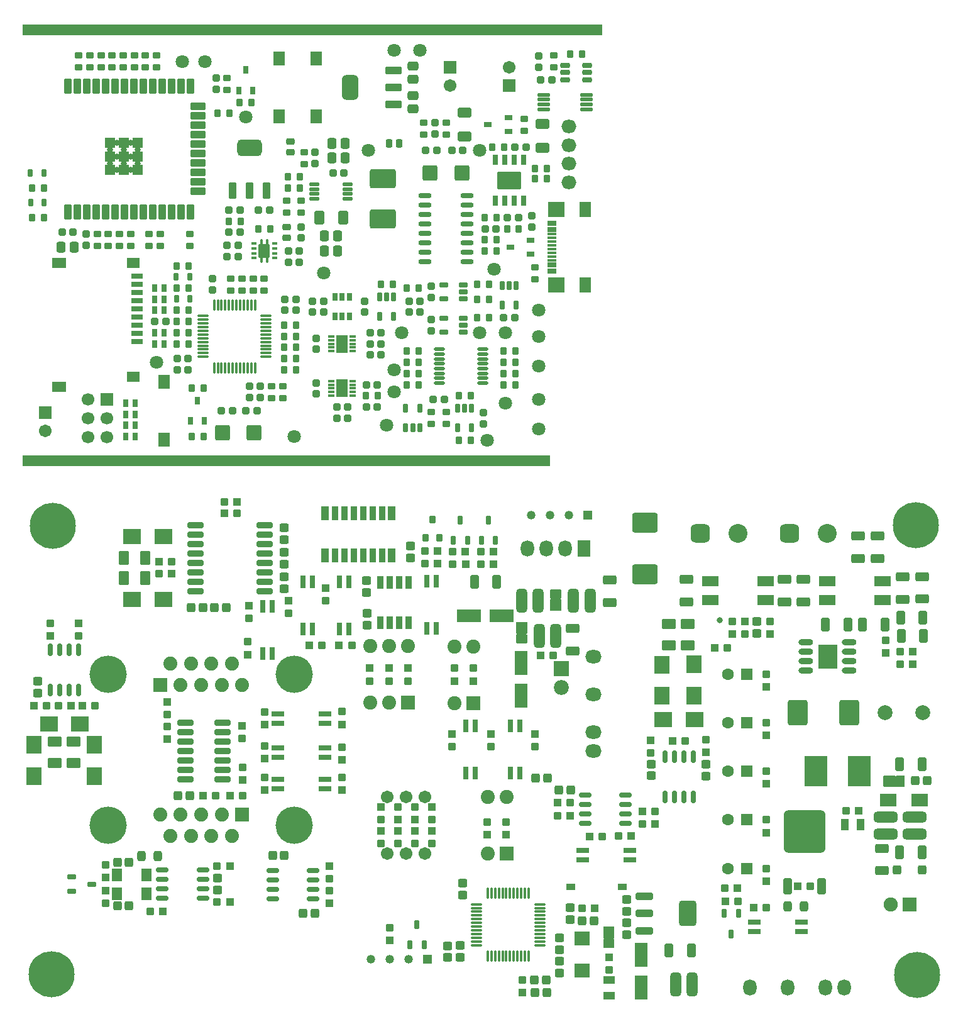
<source format=gts>
G04*
G04 #@! TF.GenerationSoftware,Altium Limited,Altium Designer,24.0.1 (36)*
G04*
G04 Layer_Color=8388736*
%FSTAX24Y24*%
%MOIN*%
G70*
G04*
G04 #@! TF.SameCoordinates,F3E9A89A-E33D-43AE-B610-609CB64B5824*
G04*
G04*
G04 #@! TF.FilePolarity,Negative*
G04*
G01*
G75*
%ADD49R,0.0830X0.0740*%
%ADD126C,0.0787*%
%ADD158R,0.0671X0.0316*%
%ADD159R,0.0867X0.0552*%
%ADD160R,0.0380X0.0380*%
%ADD161R,0.0379X0.0379*%
G04:AMPARAMS|DCode=162|XSize=57.2mil|YSize=126.1mil|CornerRadius=16.3mil|HoleSize=0mil|Usage=FLASHONLY|Rotation=0.000|XOffset=0mil|YOffset=0mil|HoleType=Round|Shape=RoundedRectangle|*
%AMROUNDEDRECTD162*
21,1,0.0572,0.0935,0,0,0.0*
21,1,0.0246,0.1261,0,0,0.0*
1,1,0.0326,0.0123,-0.0468*
1,1,0.0326,-0.0123,-0.0468*
1,1,0.0326,-0.0123,0.0468*
1,1,0.0326,0.0123,0.0468*
%
%ADD162ROUNDEDRECTD162*%
G04:AMPARAMS|DCode=163|XSize=49.2mil|YSize=74.8mil|CornerRadius=13.3mil|HoleSize=0mil|Usage=FLASHONLY|Rotation=90.000|XOffset=0mil|YOffset=0mil|HoleType=Round|Shape=RoundedRectangle|*
%AMROUNDEDRECTD163*
21,1,0.0492,0.0482,0,0,90.0*
21,1,0.0226,0.0748,0,0,90.0*
1,1,0.0266,0.0241,0.0113*
1,1,0.0266,0.0241,-0.0113*
1,1,0.0266,-0.0241,-0.0113*
1,1,0.0266,-0.0241,0.0113*
%
%ADD163ROUNDEDRECTD163*%
%ADD164R,0.1261X0.0710*%
G04:AMPARAMS|DCode=165|XSize=47.4mil|YSize=43.4mil|CornerRadius=7.5mil|HoleSize=0mil|Usage=FLASHONLY|Rotation=90.000|XOffset=0mil|YOffset=0mil|HoleType=Round|Shape=RoundedRectangle|*
%AMROUNDEDRECTD165*
21,1,0.0474,0.0283,0,0,90.0*
21,1,0.0323,0.0434,0,0,90.0*
1,1,0.0151,0.0142,0.0161*
1,1,0.0151,0.0142,-0.0161*
1,1,0.0151,-0.0142,-0.0161*
1,1,0.0151,-0.0142,0.0161*
%
%ADD165ROUNDEDRECTD165*%
%ADD166R,0.0395X0.0769*%
%ADD167R,0.0356X0.0769*%
G04:AMPARAMS|DCode=168|XSize=40.9mil|YSize=40.9mil|CornerRadius=6.3mil|HoleSize=0mil|Usage=FLASHONLY|Rotation=0.000|XOffset=0mil|YOffset=0mil|HoleType=Round|Shape=RoundedRectangle|*
%AMROUNDEDRECTD168*
21,1,0.0409,0.0283,0,0,0.0*
21,1,0.0283,0.0409,0,0,0.0*
1,1,0.0126,0.0142,-0.0142*
1,1,0.0126,-0.0142,-0.0142*
1,1,0.0126,-0.0142,0.0142*
1,1,0.0126,0.0142,0.0142*
%
%ADD168ROUNDEDRECTD168*%
G04:AMPARAMS|DCode=169|XSize=43.3mil|YSize=43.3mil|CornerRadius=7.5mil|HoleSize=0mil|Usage=FLASHONLY|Rotation=0.000|XOffset=0mil|YOffset=0mil|HoleType=Round|Shape=RoundedRectangle|*
%AMROUNDEDRECTD169*
21,1,0.0433,0.0283,0,0,0.0*
21,1,0.0283,0.0433,0,0,0.0*
1,1,0.0150,0.0142,-0.0142*
1,1,0.0150,-0.0142,-0.0142*
1,1,0.0150,-0.0142,0.0142*
1,1,0.0150,0.0142,0.0142*
%
%ADD169ROUNDEDRECTD169*%
G04:AMPARAMS|DCode=170|XSize=40.9mil|YSize=40.9mil|CornerRadius=6.3mil|HoleSize=0mil|Usage=FLASHONLY|Rotation=90.000|XOffset=0mil|YOffset=0mil|HoleType=Round|Shape=RoundedRectangle|*
%AMROUNDEDRECTD170*
21,1,0.0409,0.0283,0,0,90.0*
21,1,0.0283,0.0409,0,0,90.0*
1,1,0.0126,0.0142,0.0142*
1,1,0.0126,0.0142,-0.0142*
1,1,0.0126,-0.0142,-0.0142*
1,1,0.0126,-0.0142,0.0142*
%
%ADD170ROUNDEDRECTD170*%
G04:AMPARAMS|DCode=171|XSize=43.3mil|YSize=43.3mil|CornerRadius=7.5mil|HoleSize=0mil|Usage=FLASHONLY|Rotation=90.000|XOffset=0mil|YOffset=0mil|HoleType=Round|Shape=RoundedRectangle|*
%AMROUNDEDRECTD171*
21,1,0.0433,0.0283,0,0,90.0*
21,1,0.0283,0.0433,0,0,90.0*
1,1,0.0150,0.0142,0.0142*
1,1,0.0150,0.0142,-0.0142*
1,1,0.0150,-0.0142,-0.0142*
1,1,0.0150,-0.0142,0.0142*
%
%ADD171ROUNDEDRECTD171*%
%ADD172O,0.0685X0.0291*%
G04:AMPARAMS|DCode=173|XSize=47.4mil|YSize=43.4mil|CornerRadius=7.5mil|HoleSize=0mil|Usage=FLASHONLY|Rotation=0.000|XOffset=0mil|YOffset=0mil|HoleType=Round|Shape=RoundedRectangle|*
%AMROUNDEDRECTD173*
21,1,0.0474,0.0283,0,0,0.0*
21,1,0.0323,0.0434,0,0,0.0*
1,1,0.0151,0.0161,-0.0142*
1,1,0.0151,-0.0161,-0.0142*
1,1,0.0151,-0.0161,0.0142*
1,1,0.0151,0.0161,0.0142*
%
%ADD173ROUNDEDRECTD173*%
G04:AMPARAMS|DCode=174|XSize=43.9mil|YSize=55.9mil|CornerRadius=12mil|HoleSize=0mil|Usage=FLASHONLY|Rotation=180.000|XOffset=0mil|YOffset=0mil|HoleType=Round|Shape=RoundedRectangle|*
%AMROUNDEDRECTD174*
21,1,0.0439,0.0320,0,0,180.0*
21,1,0.0200,0.0559,0,0,180.0*
1,1,0.0239,-0.0100,0.0160*
1,1,0.0239,0.0100,0.0160*
1,1,0.0239,0.0100,-0.0160*
1,1,0.0239,-0.0100,-0.0160*
%
%ADD174ROUNDEDRECTD174*%
%ADD175R,0.0552X0.0671*%
G04:AMPARAMS|DCode=176|XSize=29.1mil|YSize=44.9mil|CornerRadius=5.1mil|HoleSize=0mil|Usage=FLASHONLY|Rotation=90.000|XOffset=0mil|YOffset=0mil|HoleType=Round|Shape=RoundedRectangle|*
%AMROUNDEDRECTD176*
21,1,0.0291,0.0346,0,0,90.0*
21,1,0.0189,0.0449,0,0,90.0*
1,1,0.0102,0.0173,0.0094*
1,1,0.0102,0.0173,-0.0094*
1,1,0.0102,-0.0173,-0.0094*
1,1,0.0102,-0.0173,0.0094*
%
%ADD176ROUNDEDRECTD176*%
G04:AMPARAMS|DCode=177|XSize=40.9mil|YSize=90.2mil|CornerRadius=6.3mil|HoleSize=0mil|Usage=FLASHONLY|Rotation=90.000|XOffset=0mil|YOffset=0mil|HoleType=Round|Shape=RoundedRectangle|*
%AMROUNDEDRECTD177*
21,1,0.0409,0.0776,0,0,90.0*
21,1,0.0283,0.0902,0,0,90.0*
1,1,0.0126,0.0388,0.0142*
1,1,0.0126,0.0388,-0.0142*
1,1,0.0126,-0.0388,-0.0142*
1,1,0.0126,-0.0388,0.0142*
%
%ADD177ROUNDEDRECTD177*%
G04:AMPARAMS|DCode=178|XSize=131.5mil|YSize=90.2mil|CornerRadius=11.2mil|HoleSize=0mil|Usage=FLASHONLY|Rotation=90.000|XOffset=0mil|YOffset=0mil|HoleType=Round|Shape=RoundedRectangle|*
%AMROUNDEDRECTD178*
21,1,0.1315,0.0677,0,0,90.0*
21,1,0.1091,0.0902,0,0,90.0*
1,1,0.0224,0.0339,0.0545*
1,1,0.0224,0.0339,-0.0545*
1,1,0.0224,-0.0339,-0.0545*
1,1,0.0224,-0.0339,0.0545*
%
%ADD178ROUNDEDRECTD178*%
%ADD179R,0.0512X0.0354*%
G04:AMPARAMS|DCode=180|XSize=29.1mil|YSize=44.9mil|CornerRadius=5.1mil|HoleSize=0mil|Usage=FLASHONLY|Rotation=180.000|XOffset=0mil|YOffset=0mil|HoleType=Round|Shape=RoundedRectangle|*
%AMROUNDEDRECTD180*
21,1,0.0291,0.0346,0,0,180.0*
21,1,0.0189,0.0449,0,0,180.0*
1,1,0.0102,-0.0094,0.0173*
1,1,0.0102,0.0094,0.0173*
1,1,0.0102,0.0094,-0.0173*
1,1,0.0102,-0.0094,-0.0173*
%
%ADD180ROUNDEDRECTD180*%
G04:AMPARAMS|DCode=181|XSize=31.5mil|YSize=41.3mil|CornerRadius=4.7mil|HoleSize=0mil|Usage=FLASHONLY|Rotation=180.000|XOffset=0mil|YOffset=0mil|HoleType=Round|Shape=RoundedRectangle|*
%AMROUNDEDRECTD181*
21,1,0.0315,0.0319,0,0,180.0*
21,1,0.0220,0.0413,0,0,180.0*
1,1,0.0094,-0.0110,0.0159*
1,1,0.0094,0.0110,0.0159*
1,1,0.0094,0.0110,-0.0159*
1,1,0.0094,-0.0110,-0.0159*
%
%ADD181ROUNDEDRECTD181*%
%ADD182R,0.0316X0.0671*%
%ADD183R,0.0336X0.0680*%
G04:AMPARAMS|DCode=184|XSize=50.8mil|YSize=76.4mil|CornerRadius=7.3mil|HoleSize=0mil|Usage=FLASHONLY|Rotation=90.000|XOffset=0mil|YOffset=0mil|HoleType=Round|Shape=RoundedRectangle|*
%AMROUNDEDRECTD184*
21,1,0.0508,0.0618,0,0,90.0*
21,1,0.0362,0.0764,0,0,90.0*
1,1,0.0146,0.0309,0.0181*
1,1,0.0146,0.0309,-0.0181*
1,1,0.0146,-0.0309,-0.0181*
1,1,0.0146,-0.0309,0.0181*
%
%ADD184ROUNDEDRECTD184*%
%ADD185R,0.0789X0.0946*%
%ADD186R,0.0946X0.0789*%
%ADD187O,0.0291X0.0685*%
%ADD188O,0.0779X0.0339*%
%ADD189R,0.0984X0.1299*%
G04:AMPARAMS|DCode=190|XSize=49.2mil|YSize=74.8mil|CornerRadius=13.3mil|HoleSize=0mil|Usage=FLASHONLY|Rotation=180.000|XOffset=0mil|YOffset=0mil|HoleType=Round|Shape=RoundedRectangle|*
%AMROUNDEDRECTD190*
21,1,0.0492,0.0482,0,0,180.0*
21,1,0.0226,0.0748,0,0,180.0*
1,1,0.0266,-0.0113,0.0241*
1,1,0.0266,0.0113,0.0241*
1,1,0.0266,0.0113,-0.0241*
1,1,0.0266,-0.0113,-0.0241*
%
%ADD190ROUNDEDRECTD190*%
%ADD191R,0.0380X0.0380*%
%ADD192R,0.0379X0.0379*%
%ADD193R,0.0915X0.0671*%
G04:AMPARAMS|DCode=194|XSize=57.2mil|YSize=126.1mil|CornerRadius=16.3mil|HoleSize=0mil|Usage=FLASHONLY|Rotation=270.000|XOffset=0mil|YOffset=0mil|HoleType=Round|Shape=RoundedRectangle|*
%AMROUNDEDRECTD194*
21,1,0.0572,0.0935,0,0,270.0*
21,1,0.0246,0.1261,0,0,270.0*
1,1,0.0326,-0.0468,-0.0123*
1,1,0.0326,-0.0468,0.0123*
1,1,0.0326,0.0468,0.0123*
1,1,0.0326,0.0468,-0.0123*
%
%ADD194ROUNDEDRECTD194*%
G04:AMPARAMS|DCode=195|XSize=43.4mil|YSize=47.4mil|CornerRadius=8.4mil|HoleSize=0mil|Usage=FLASHONLY|Rotation=180.000|XOffset=0mil|YOffset=0mil|HoleType=Round|Shape=RoundedRectangle|*
%AMROUNDEDRECTD195*
21,1,0.0434,0.0305,0,0,180.0*
21,1,0.0266,0.0474,0,0,180.0*
1,1,0.0169,-0.0133,0.0153*
1,1,0.0169,0.0133,0.0153*
1,1,0.0169,0.0133,-0.0153*
1,1,0.0169,-0.0133,-0.0153*
%
%ADD195ROUNDEDRECTD195*%
%ADD196R,0.0433X0.0589*%
G04:AMPARAMS|DCode=197|XSize=44.9mil|YSize=84.3mil|CornerRadius=7.7mil|HoleSize=0mil|Usage=FLASHONLY|Rotation=0.000|XOffset=0mil|YOffset=0mil|HoleType=Round|Shape=RoundedRectangle|*
%AMROUNDEDRECTD197*
21,1,0.0449,0.0689,0,0,0.0*
21,1,0.0295,0.0843,0,0,0.0*
1,1,0.0154,0.0148,-0.0344*
1,1,0.0154,-0.0148,-0.0344*
1,1,0.0154,-0.0148,0.0344*
1,1,0.0154,0.0148,0.0344*
%
%ADD197ROUNDEDRECTD197*%
G04:AMPARAMS|DCode=198|XSize=222mil|YSize=229.9mil|CornerRadius=29.8mil|HoleSize=0mil|Usage=FLASHONLY|Rotation=0.000|XOffset=0mil|YOffset=0mil|HoleType=Round|Shape=RoundedRectangle|*
%AMROUNDEDRECTD198*
21,1,0.2220,0.1703,0,0,0.0*
21,1,0.1624,0.2299,0,0,0.0*
1,1,0.0596,0.0812,-0.0851*
1,1,0.0596,-0.0812,-0.0851*
1,1,0.0596,-0.0812,0.0851*
1,1,0.0596,0.0812,0.0851*
%
%ADD198ROUNDEDRECTD198*%
%ADD199R,0.0710X0.1261*%
%ADD200R,0.0589X0.0433*%
%ADD201O,0.0157X0.0591*%
%ADD202O,0.0591X0.0157*%
G04:AMPARAMS|DCode=203|XSize=85.6mil|YSize=31.2mil|CornerRadius=6.9mil|HoleSize=0mil|Usage=FLASHONLY|Rotation=180.000|XOffset=0mil|YOffset=0mil|HoleType=Round|Shape=RoundedRectangle|*
%AMROUNDEDRECTD203*
21,1,0.0856,0.0174,0,0,180.0*
21,1,0.0718,0.0312,0,0,180.0*
1,1,0.0138,-0.0359,0.0087*
1,1,0.0138,0.0359,0.0087*
1,1,0.0138,0.0359,-0.0087*
1,1,0.0138,-0.0359,-0.0087*
%
%ADD203ROUNDEDRECTD203*%
G04:AMPARAMS|DCode=204|XSize=50.8mil|YSize=76.4mil|CornerRadius=7.3mil|HoleSize=0mil|Usage=FLASHONLY|Rotation=180.000|XOffset=0mil|YOffset=0mil|HoleType=Round|Shape=RoundedRectangle|*
%AMROUNDEDRECTD204*
21,1,0.0508,0.0618,0,0,180.0*
21,1,0.0362,0.0764,0,0,180.0*
1,1,0.0146,-0.0181,0.0309*
1,1,0.0146,0.0181,0.0309*
1,1,0.0146,0.0181,-0.0309*
1,1,0.0146,-0.0181,-0.0309*
%
%ADD204ROUNDEDRECTD204*%
G04:AMPARAMS|DCode=205|XSize=103.9mil|YSize=135.4mil|CornerRadius=12.6mil|HoleSize=0mil|Usage=FLASHONLY|Rotation=180.000|XOffset=0mil|YOffset=0mil|HoleType=Round|Shape=RoundedRectangle|*
%AMROUNDEDRECTD205*
21,1,0.1039,0.1102,0,0,180.0*
21,1,0.0787,0.1354,0,0,180.0*
1,1,0.0252,-0.0394,0.0551*
1,1,0.0252,0.0394,0.0551*
1,1,0.0252,0.0394,-0.0551*
1,1,0.0252,-0.0394,-0.0551*
%
%ADD205ROUNDEDRECTD205*%
%ADD206R,0.1220X0.1614*%
G04:AMPARAMS|DCode=207|XSize=88.7mil|YSize=31.2mil|CornerRadius=6.9mil|HoleSize=0mil|Usage=FLASHONLY|Rotation=180.000|XOffset=0mil|YOffset=0mil|HoleType=Round|Shape=RoundedRectangle|*
%AMROUNDEDRECTD207*
21,1,0.0887,0.0174,0,0,180.0*
21,1,0.0749,0.0312,0,0,180.0*
1,1,0.0138,-0.0375,0.0087*
1,1,0.0138,0.0375,0.0087*
1,1,0.0138,0.0375,-0.0087*
1,1,0.0138,-0.0375,-0.0087*
%
%ADD207ROUNDEDRECTD207*%
G04:AMPARAMS|DCode=208|XSize=103.9mil|YSize=135.4mil|CornerRadius=12.6mil|HoleSize=0mil|Usage=FLASHONLY|Rotation=270.000|XOffset=0mil|YOffset=0mil|HoleType=Round|Shape=RoundedRectangle|*
%AMROUNDEDRECTD208*
21,1,0.1039,0.1102,0,0,270.0*
21,1,0.0787,0.1354,0,0,270.0*
1,1,0.0252,-0.0551,-0.0394*
1,1,0.0252,-0.0551,0.0394*
1,1,0.0252,0.0551,0.0394*
1,1,0.0252,0.0551,-0.0394*
%
%ADD208ROUNDEDRECTD208*%
%ADD209R,0.0614X0.0976*%
%ADD210R,0.0378X0.0146*%
G04:AMPARAMS|DCode=211|XSize=29.9mil|YSize=40.9mil|CornerRadius=4.6mil|HoleSize=0mil|Usage=FLASHONLY|Rotation=0.000|XOffset=0mil|YOffset=0mil|HoleType=Round|Shape=RoundedRectangle|*
%AMROUNDEDRECTD211*
21,1,0.0299,0.0318,0,0,0.0*
21,1,0.0208,0.0409,0,0,0.0*
1,1,0.0091,0.0104,-0.0159*
1,1,0.0091,-0.0104,-0.0159*
1,1,0.0091,-0.0104,0.0159*
1,1,0.0091,0.0104,0.0159*
%
%ADD211ROUNDEDRECTD211*%
G04:AMPARAMS|DCode=212|XSize=27.6mil|YSize=39.4mil|CornerRadius=4.3mil|HoleSize=0mil|Usage=FLASHONLY|Rotation=0.000|XOffset=0mil|YOffset=0mil|HoleType=Round|Shape=RoundedRectangle|*
%AMROUNDEDRECTD212*
21,1,0.0276,0.0307,0,0,0.0*
21,1,0.0189,0.0394,0,0,0.0*
1,1,0.0087,0.0094,-0.0154*
1,1,0.0087,-0.0094,-0.0154*
1,1,0.0087,-0.0094,0.0154*
1,1,0.0087,0.0094,0.0154*
%
%ADD212ROUNDEDRECTD212*%
G04:AMPARAMS|DCode=213|XSize=31.5mil|YSize=39.4mil|CornerRadius=4.7mil|HoleSize=0mil|Usage=FLASHONLY|Rotation=180.000|XOffset=0mil|YOffset=0mil|HoleType=Round|Shape=RoundedRectangle|*
%AMROUNDEDRECTD213*
21,1,0.0315,0.0299,0,0,180.0*
21,1,0.0220,0.0394,0,0,180.0*
1,1,0.0094,-0.0110,0.0150*
1,1,0.0094,0.0110,0.0150*
1,1,0.0094,0.0110,-0.0150*
1,1,0.0094,-0.0110,-0.0150*
%
%ADD213ROUNDEDRECTD213*%
G04:AMPARAMS|DCode=214|XSize=31.5mil|YSize=39.4mil|CornerRadius=4.7mil|HoleSize=0mil|Usage=FLASHONLY|Rotation=270.000|XOffset=0mil|YOffset=0mil|HoleType=Round|Shape=RoundedRectangle|*
%AMROUNDEDRECTD214*
21,1,0.0315,0.0299,0,0,270.0*
21,1,0.0220,0.0394,0,0,270.0*
1,1,0.0094,-0.0150,-0.0110*
1,1,0.0094,-0.0150,0.0110*
1,1,0.0094,0.0150,0.0110*
1,1,0.0094,0.0150,-0.0110*
%
%ADD214ROUNDEDRECTD214*%
%ADD215O,0.0709X0.0276*%
G04:AMPARAMS|DCode=216|XSize=27.6mil|YSize=43.3mil|CornerRadius=4.3mil|HoleSize=0mil|Usage=FLASHONLY|Rotation=180.000|XOffset=0mil|YOffset=0mil|HoleType=Round|Shape=RoundedRectangle|*
%AMROUNDEDRECTD216*
21,1,0.0276,0.0346,0,0,180.0*
21,1,0.0189,0.0433,0,0,180.0*
1,1,0.0087,-0.0094,0.0173*
1,1,0.0087,0.0094,0.0173*
1,1,0.0087,0.0094,-0.0173*
1,1,0.0087,-0.0094,-0.0173*
%
%ADD216ROUNDEDRECTD216*%
G04:AMPARAMS|DCode=217|XSize=78.7mil|YSize=82.7mil|CornerRadius=9.4mil|HoleSize=0mil|Usage=FLASHONLY|Rotation=0.000|XOffset=0mil|YOffset=0mil|HoleType=Round|Shape=RoundedRectangle|*
%AMROUNDEDRECTD217*
21,1,0.0787,0.0638,0,0,0.0*
21,1,0.0598,0.0827,0,0,0.0*
1,1,0.0189,0.0299,-0.0319*
1,1,0.0189,-0.0299,-0.0319*
1,1,0.0189,-0.0299,0.0319*
1,1,0.0189,0.0299,0.0319*
%
%ADD217ROUNDEDRECTD217*%
G04:AMPARAMS|DCode=218|XSize=27.6mil|YSize=47.2mil|CornerRadius=7.9mil|HoleSize=0mil|Usage=FLASHONLY|Rotation=270.000|XOffset=0mil|YOffset=0mil|HoleType=Round|Shape=RoundedRectangle|*
%AMROUNDEDRECTD218*
21,1,0.0276,0.0315,0,0,270.0*
21,1,0.0118,0.0472,0,0,270.0*
1,1,0.0157,-0.0157,-0.0059*
1,1,0.0157,-0.0157,0.0059*
1,1,0.0157,0.0157,0.0059*
1,1,0.0157,0.0157,-0.0059*
%
%ADD218ROUNDEDRECTD218*%
G04:AMPARAMS|DCode=219|XSize=39.4mil|YSize=39.4mil|CornerRadius=10.8mil|HoleSize=0mil|Usage=FLASHONLY|Rotation=180.000|XOffset=0mil|YOffset=0mil|HoleType=Round|Shape=RoundedRectangle|*
%AMROUNDEDRECTD219*
21,1,0.0394,0.0177,0,0,180.0*
21,1,0.0177,0.0394,0,0,180.0*
1,1,0.0217,-0.0089,0.0089*
1,1,0.0217,0.0089,0.0089*
1,1,0.0217,0.0089,-0.0089*
1,1,0.0217,-0.0089,-0.0089*
%
%ADD219ROUNDEDRECTD219*%
G04:AMPARAMS|DCode=220|XSize=49.2mil|YSize=59.1mil|CornerRadius=13.3mil|HoleSize=0mil|Usage=FLASHONLY|Rotation=90.000|XOffset=0mil|YOffset=0mil|HoleType=Round|Shape=RoundedRectangle|*
%AMROUNDEDRECTD220*
21,1,0.0492,0.0325,0,0,90.0*
21,1,0.0226,0.0591,0,0,90.0*
1,1,0.0266,0.0162,0.0113*
1,1,0.0266,0.0162,-0.0113*
1,1,0.0266,-0.0162,-0.0113*
1,1,0.0266,-0.0162,0.0113*
%
%ADD220ROUNDEDRECTD220*%
G04:AMPARAMS|DCode=221|XSize=49.2mil|YSize=59.1mil|CornerRadius=13.3mil|HoleSize=0mil|Usage=FLASHONLY|Rotation=0.000|XOffset=0mil|YOffset=0mil|HoleType=Round|Shape=RoundedRectangle|*
%AMROUNDEDRECTD221*
21,1,0.0492,0.0325,0,0,0.0*
21,1,0.0226,0.0591,0,0,0.0*
1,1,0.0266,0.0113,-0.0162*
1,1,0.0266,-0.0113,-0.0162*
1,1,0.0266,-0.0113,0.0162*
1,1,0.0266,0.0113,0.0162*
%
%ADD221ROUNDEDRECTD221*%
G04:AMPARAMS|DCode=222|XSize=137.8mil|YSize=102.4mil|CornerRadius=11.8mil|HoleSize=0mil|Usage=FLASHONLY|Rotation=0.000|XOffset=0mil|YOffset=0mil|HoleType=Round|Shape=RoundedRectangle|*
%AMROUNDEDRECTD222*
21,1,0.1378,0.0787,0,0,0.0*
21,1,0.1142,0.1024,0,0,0.0*
1,1,0.0236,0.0571,-0.0394*
1,1,0.0236,-0.0571,-0.0394*
1,1,0.0236,-0.0571,0.0394*
1,1,0.0236,0.0571,0.0394*
%
%ADD222ROUNDEDRECTD222*%
%ADD223R,0.0689X0.0539*%
%ADD224R,0.0630X0.0309*%
%ADD225R,0.0739X0.0539*%
G04:AMPARAMS|DCode=226|XSize=39.4mil|YSize=39.4mil|CornerRadius=10.8mil|HoleSize=0mil|Usage=FLASHONLY|Rotation=270.000|XOffset=0mil|YOffset=0mil|HoleType=Round|Shape=RoundedRectangle|*
%AMROUNDEDRECTD226*
21,1,0.0394,0.0177,0,0,270.0*
21,1,0.0177,0.0394,0,0,270.0*
1,1,0.0217,-0.0089,-0.0089*
1,1,0.0217,-0.0089,0.0089*
1,1,0.0217,0.0089,0.0089*
1,1,0.0217,0.0089,-0.0089*
%
%ADD226ROUNDEDRECTD226*%
G04:AMPARAMS|DCode=227|XSize=27.6mil|YSize=47.2mil|CornerRadius=7.9mil|HoleSize=0mil|Usage=FLASHONLY|Rotation=180.000|XOffset=0mil|YOffset=0mil|HoleType=Round|Shape=RoundedRectangle|*
%AMROUNDEDRECTD227*
21,1,0.0276,0.0315,0,0,180.0*
21,1,0.0118,0.0472,0,0,180.0*
1,1,0.0157,-0.0059,0.0157*
1,1,0.0157,0.0059,0.0157*
1,1,0.0157,0.0059,-0.0157*
1,1,0.0157,-0.0059,-0.0157*
%
%ADD227ROUNDEDRECTD227*%
G04:AMPARAMS|DCode=228|XSize=27.6mil|YSize=43.3mil|CornerRadius=7.9mil|HoleSize=0mil|Usage=FLASHONLY|Rotation=0.000|XOffset=0mil|YOffset=0mil|HoleType=Round|Shape=RoundedRectangle|*
%AMROUNDEDRECTD228*
21,1,0.0276,0.0276,0,0,0.0*
21,1,0.0118,0.0433,0,0,0.0*
1,1,0.0157,0.0059,-0.0138*
1,1,0.0157,-0.0059,-0.0138*
1,1,0.0157,-0.0059,0.0138*
1,1,0.0157,0.0059,0.0138*
%
%ADD228ROUNDEDRECTD228*%
%ADD229O,0.0591X0.0197*%
G04:AMPARAMS|DCode=230|XSize=27.6mil|YSize=15.7mil|CornerRadius=3.2mil|HoleSize=0mil|Usage=FLASHONLY|Rotation=0.000|XOffset=0mil|YOffset=0mil|HoleType=Round|Shape=RoundedRectangle|*
%AMROUNDEDRECTD230*
21,1,0.0276,0.0094,0,0,0.0*
21,1,0.0213,0.0157,0,0,0.0*
1,1,0.0063,0.0106,-0.0047*
1,1,0.0063,-0.0106,-0.0047*
1,1,0.0063,-0.0106,0.0047*
1,1,0.0063,0.0106,0.0047*
%
%ADD230ROUNDEDRECTD230*%
G04:AMPARAMS|DCode=231|XSize=13mil|YSize=32.5mil|CornerRadius=2.9mil|HoleSize=0mil|Usage=FLASHONLY|Rotation=0.000|XOffset=0mil|YOffset=0mil|HoleType=Round|Shape=RoundedRectangle|*
%AMROUNDEDRECTD231*
21,1,0.0130,0.0267,0,0,0.0*
21,1,0.0072,0.0325,0,0,0.0*
1,1,0.0057,0.0036,-0.0134*
1,1,0.0057,-0.0036,-0.0134*
1,1,0.0057,-0.0036,0.0134*
1,1,0.0057,0.0036,0.0134*
%
%ADD231ROUNDEDRECTD231*%
G04:AMPARAMS|DCode=232|XSize=63mil|YSize=72.8mil|CornerRadius=7.9mil|HoleSize=0mil|Usage=FLASHONLY|Rotation=0.000|XOffset=0mil|YOffset=0mil|HoleType=Round|Shape=RoundedRectangle|*
%AMROUNDEDRECTD232*
21,1,0.0630,0.0571,0,0,0.0*
21,1,0.0472,0.0728,0,0,0.0*
1,1,0.0157,0.0236,-0.0285*
1,1,0.0157,-0.0236,-0.0285*
1,1,0.0157,-0.0236,0.0285*
1,1,0.0157,0.0236,0.0285*
%
%ADD232ROUNDEDRECTD232*%
%ADD233O,0.0571X0.0197*%
G04:AMPARAMS|DCode=234|XSize=35.4mil|YSize=45.3mil|CornerRadius=9.8mil|HoleSize=0mil|Usage=FLASHONLY|Rotation=180.000|XOffset=0mil|YOffset=0mil|HoleType=Round|Shape=RoundedRectangle|*
%AMROUNDEDRECTD234*
21,1,0.0354,0.0256,0,0,180.0*
21,1,0.0157,0.0453,0,0,180.0*
1,1,0.0197,-0.0079,0.0128*
1,1,0.0197,0.0079,0.0128*
1,1,0.0197,0.0079,-0.0128*
1,1,0.0197,-0.0079,-0.0128*
%
%ADD234ROUNDEDRECTD234*%
G04:AMPARAMS|DCode=235|XSize=35.4mil|YSize=45.3mil|CornerRadius=9.8mil|HoleSize=0mil|Usage=FLASHONLY|Rotation=270.000|XOffset=0mil|YOffset=0mil|HoleType=Round|Shape=RoundedRectangle|*
%AMROUNDEDRECTD235*
21,1,0.0354,0.0256,0,0,270.0*
21,1,0.0157,0.0453,0,0,270.0*
1,1,0.0197,-0.0128,-0.0079*
1,1,0.0197,-0.0128,0.0079*
1,1,0.0197,0.0128,0.0079*
1,1,0.0197,0.0128,-0.0079*
%
%ADD235ROUNDEDRECTD235*%
G04:AMPARAMS|DCode=236|XSize=51.2mil|YSize=74.8mil|CornerRadius=6.7mil|HoleSize=0mil|Usage=FLASHONLY|Rotation=0.000|XOffset=0mil|YOffset=0mil|HoleType=Round|Shape=RoundedRectangle|*
%AMROUNDEDRECTD236*
21,1,0.0512,0.0614,0,0,0.0*
21,1,0.0378,0.0748,0,0,0.0*
1,1,0.0134,0.0189,-0.0307*
1,1,0.0134,-0.0189,-0.0307*
1,1,0.0134,-0.0189,0.0307*
1,1,0.0134,0.0189,0.0307*
%
%ADD236ROUNDEDRECTD236*%
G04:AMPARAMS|DCode=237|XSize=51.2mil|YSize=74.8mil|CornerRadius=6.7mil|HoleSize=0mil|Usage=FLASHONLY|Rotation=270.000|XOffset=0mil|YOffset=0mil|HoleType=Round|Shape=RoundedRectangle|*
%AMROUNDEDRECTD237*
21,1,0.0512,0.0614,0,0,270.0*
21,1,0.0378,0.0748,0,0,270.0*
1,1,0.0134,-0.0307,-0.0189*
1,1,0.0134,-0.0307,0.0189*
1,1,0.0134,0.0307,0.0189*
1,1,0.0134,0.0307,-0.0189*
%
%ADD237ROUNDEDRECTD237*%
G04:AMPARAMS|DCode=238|XSize=82.7mil|YSize=39.4mil|CornerRadius=7.3mil|HoleSize=0mil|Usage=FLASHONLY|Rotation=90.000|XOffset=0mil|YOffset=0mil|HoleType=Round|Shape=RoundedRectangle|*
%AMROUNDEDRECTD238*
21,1,0.0827,0.0248,0,0,90.0*
21,1,0.0681,0.0394,0,0,90.0*
1,1,0.0146,0.0124,0.0341*
1,1,0.0146,0.0124,-0.0341*
1,1,0.0146,-0.0124,-0.0341*
1,1,0.0146,-0.0124,0.0341*
%
%ADD238ROUNDEDRECTD238*%
G04:AMPARAMS|DCode=239|XSize=39.4mil|YSize=82.7mil|CornerRadius=5.5mil|HoleSize=0mil|Usage=FLASHONLY|Rotation=90.000|XOffset=0mil|YOffset=0mil|HoleType=Round|Shape=RoundedRectangle|*
%AMROUNDEDRECTD239*
21,1,0.0394,0.0717,0,0,90.0*
21,1,0.0283,0.0827,0,0,90.0*
1,1,0.0110,0.0358,0.0142*
1,1,0.0110,0.0358,-0.0142*
1,1,0.0110,-0.0358,-0.0142*
1,1,0.0110,-0.0358,0.0142*
%
%ADD239ROUNDEDRECTD239*%
%ADD240R,0.0563X0.0563*%
G04:AMPARAMS|DCode=241|XSize=27.6mil|YSize=43.3mil|CornerRadius=4.3mil|HoleSize=0mil|Usage=FLASHONLY|Rotation=270.000|XOffset=0mil|YOffset=0mil|HoleType=Round|Shape=RoundedRectangle|*
%AMROUNDEDRECTD241*
21,1,0.0276,0.0346,0,0,270.0*
21,1,0.0189,0.0433,0,0,270.0*
1,1,0.0087,-0.0173,-0.0094*
1,1,0.0087,-0.0173,0.0094*
1,1,0.0087,0.0173,0.0094*
1,1,0.0087,0.0173,-0.0094*
%
%ADD241ROUNDEDRECTD241*%
G04:AMPARAMS|DCode=242|XSize=65.4mil|YSize=19.7mil|CornerRadius=3.9mil|HoleSize=0mil|Usage=FLASHONLY|Rotation=0.000|XOffset=0mil|YOffset=0mil|HoleType=Round|Shape=RoundedRectangle|*
%AMROUNDEDRECTD242*
21,1,0.0654,0.0118,0,0,0.0*
21,1,0.0575,0.0197,0,0,0.0*
1,1,0.0079,0.0287,-0.0059*
1,1,0.0079,-0.0287,-0.0059*
1,1,0.0079,-0.0287,0.0059*
1,1,0.0079,0.0287,0.0059*
%
%ADD242ROUNDEDRECTD242*%
G04:AMPARAMS|DCode=243|XSize=74.8mil|YSize=63mil|CornerRadius=4.9mil|HoleSize=0mil|Usage=FLASHONLY|Rotation=90.000|XOffset=0mil|YOffset=0mil|HoleType=Round|Shape=RoundedRectangle|*
%AMROUNDEDRECTD243*
21,1,0.0748,0.0531,0,0,90.0*
21,1,0.0650,0.0630,0,0,90.0*
1,1,0.0098,0.0266,0.0325*
1,1,0.0098,0.0266,-0.0325*
1,1,0.0098,-0.0266,-0.0325*
1,1,0.0098,-0.0266,0.0325*
%
%ADD243ROUNDEDRECTD243*%
G04:AMPARAMS|DCode=244|XSize=49.2mil|YSize=27.6mil|CornerRadius=4.3mil|HoleSize=0mil|Usage=FLASHONLY|Rotation=180.000|XOffset=0mil|YOffset=0mil|HoleType=Round|Shape=RoundedRectangle|*
%AMROUNDEDRECTD244*
21,1,0.0492,0.0189,0,0,180.0*
21,1,0.0406,0.0276,0,0,180.0*
1,1,0.0087,-0.0203,0.0094*
1,1,0.0087,0.0203,0.0094*
1,1,0.0087,0.0203,-0.0094*
1,1,0.0087,-0.0203,-0.0094*
%
%ADD244ROUNDEDRECTD244*%
G04:AMPARAMS|DCode=245|XSize=49.2mil|YSize=15.7mil|CornerRadius=3.2mil|HoleSize=0mil|Usage=FLASHONLY|Rotation=180.000|XOffset=0mil|YOffset=0mil|HoleType=Round|Shape=RoundedRectangle|*
%AMROUNDEDRECTD245*
21,1,0.0492,0.0094,0,0,180.0*
21,1,0.0429,0.0157,0,0,180.0*
1,1,0.0063,-0.0215,0.0047*
1,1,0.0063,0.0215,0.0047*
1,1,0.0063,0.0215,-0.0047*
1,1,0.0063,-0.0215,-0.0047*
%
%ADD245ROUNDEDRECTD245*%
G04:AMPARAMS|DCode=246|XSize=63mil|YSize=82.7mil|CornerRadius=7.9mil|HoleSize=0mil|Usage=FLASHONLY|Rotation=180.000|XOffset=0mil|YOffset=0mil|HoleType=Round|Shape=RoundedRectangle|*
%AMROUNDEDRECTD246*
21,1,0.0630,0.0669,0,0,180.0*
21,1,0.0472,0.0827,0,0,180.0*
1,1,0.0157,-0.0236,0.0335*
1,1,0.0157,0.0236,0.0335*
1,1,0.0157,0.0236,-0.0335*
1,1,0.0157,-0.0236,-0.0335*
%
%ADD246ROUNDEDRECTD246*%
G04:AMPARAMS|DCode=247|XSize=89.8mil|YSize=82.7mil|CornerRadius=9.8mil|HoleSize=0mil|Usage=FLASHONLY|Rotation=180.000|XOffset=0mil|YOffset=0mil|HoleType=Round|Shape=RoundedRectangle|*
%AMROUNDEDRECTD247*
21,1,0.0898,0.0630,0,0,180.0*
21,1,0.0701,0.0827,0,0,180.0*
1,1,0.0197,-0.0350,0.0315*
1,1,0.0197,0.0350,0.0315*
1,1,0.0197,0.0350,-0.0315*
1,1,0.0197,-0.0350,-0.0315*
%
%ADD247ROUNDEDRECTD247*%
G04:AMPARAMS|DCode=248|XSize=41.3mil|YSize=88.6mil|CornerRadius=11.3mil|HoleSize=0mil|Usage=FLASHONLY|Rotation=270.000|XOffset=0mil|YOffset=0mil|HoleType=Round|Shape=RoundedRectangle|*
%AMROUNDEDRECTD248*
21,1,0.0413,0.0659,0,0,270.0*
21,1,0.0187,0.0886,0,0,270.0*
1,1,0.0226,-0.0330,-0.0094*
1,1,0.0226,-0.0330,0.0094*
1,1,0.0226,0.0330,0.0094*
1,1,0.0226,0.0330,-0.0094*
%
%ADD248ROUNDEDRECTD248*%
G04:AMPARAMS|DCode=249|XSize=131.9mil|YSize=88.6mil|CornerRadius=23.1mil|HoleSize=0mil|Usage=FLASHONLY|Rotation=270.000|XOffset=0mil|YOffset=0mil|HoleType=Round|Shape=RoundedRectangle|*
%AMROUNDEDRECTD249*
21,1,0.1319,0.0423,0,0,270.0*
21,1,0.0856,0.0886,0,0,270.0*
1,1,0.0463,-0.0212,-0.0428*
1,1,0.0463,-0.0212,0.0428*
1,1,0.0463,0.0212,0.0428*
1,1,0.0463,0.0212,-0.0428*
%
%ADD249ROUNDEDRECTD249*%
G04:AMPARAMS|DCode=250|XSize=41.3mil|YSize=88.6mil|CornerRadius=11.3mil|HoleSize=0mil|Usage=FLASHONLY|Rotation=180.000|XOffset=0mil|YOffset=0mil|HoleType=Round|Shape=RoundedRectangle|*
%AMROUNDEDRECTD250*
21,1,0.0413,0.0659,0,0,180.0*
21,1,0.0187,0.0886,0,0,180.0*
1,1,0.0226,-0.0094,0.0330*
1,1,0.0226,0.0094,0.0330*
1,1,0.0226,0.0094,-0.0330*
1,1,0.0226,-0.0094,-0.0330*
%
%ADD250ROUNDEDRECTD250*%
G04:AMPARAMS|DCode=251|XSize=131.9mil|YSize=88.6mil|CornerRadius=23.1mil|HoleSize=0mil|Usage=FLASHONLY|Rotation=180.000|XOffset=0mil|YOffset=0mil|HoleType=Round|Shape=RoundedRectangle|*
%AMROUNDEDRECTD251*
21,1,0.1319,0.0423,0,0,180.0*
21,1,0.0856,0.0886,0,0,180.0*
1,1,0.0463,-0.0428,0.0212*
1,1,0.0463,0.0428,0.0212*
1,1,0.0463,0.0428,-0.0212*
1,1,0.0463,-0.0428,-0.0212*
%
%ADD251ROUNDEDRECTD251*%
G04:AMPARAMS|DCode=252|XSize=94.5mil|YSize=129.9mil|CornerRadius=11mil|HoleSize=0mil|Usage=FLASHONLY|Rotation=90.000|XOffset=0mil|YOffset=0mil|HoleType=Round|Shape=RoundedRectangle|*
%AMROUNDEDRECTD252*
21,1,0.0945,0.1079,0,0,90.0*
21,1,0.0724,0.1299,0,0,90.0*
1,1,0.0220,0.0539,0.0362*
1,1,0.0220,0.0539,-0.0362*
1,1,0.0220,-0.0539,-0.0362*
1,1,0.0220,-0.0539,0.0362*
%
%ADD252ROUNDEDRECTD252*%
G04:AMPARAMS|DCode=253|XSize=55.1mil|YSize=29.5mil|CornerRadius=4.5mil|HoleSize=0mil|Usage=FLASHONLY|Rotation=90.000|XOffset=0mil|YOffset=0mil|HoleType=Round|Shape=RoundedRectangle|*
%AMROUNDEDRECTD253*
21,1,0.0551,0.0205,0,0,90.0*
21,1,0.0461,0.0295,0,0,90.0*
1,1,0.0091,0.0102,0.0230*
1,1,0.0091,0.0102,-0.0230*
1,1,0.0091,-0.0102,-0.0230*
1,1,0.0091,-0.0102,0.0230*
%
%ADD253ROUNDEDRECTD253*%
G04:AMPARAMS|DCode=254|XSize=27.6mil|YSize=51.2mil|CornerRadius=7.9mil|HoleSize=0mil|Usage=FLASHONLY|Rotation=270.000|XOffset=0mil|YOffset=0mil|HoleType=Round|Shape=RoundedRectangle|*
%AMROUNDEDRECTD254*
21,1,0.0276,0.0354,0,0,270.0*
21,1,0.0118,0.0512,0,0,270.0*
1,1,0.0157,-0.0177,-0.0059*
1,1,0.0157,-0.0177,0.0059*
1,1,0.0157,0.0177,0.0059*
1,1,0.0157,0.0177,-0.0059*
%
%ADD254ROUNDEDRECTD254*%
%ADD255C,0.0631*%
%ADD256R,0.0631X0.0631*%
%ADD257R,0.0795X0.0795*%
%ADD258C,0.0795*%
%ADD259O,0.0730X0.0750*%
%ADD260R,0.0730X0.0750*%
%ADD261C,0.2442*%
%ADD262C,0.1000*%
G04:AMPARAMS|DCode=263|XSize=100mil|YSize=100mil|CornerRadius=26.4mil|HoleSize=0mil|Usage=FLASHONLY|Rotation=0.000|XOffset=0mil|YOffset=0mil|HoleType=Round|Shape=RoundedRectangle|*
%AMROUNDEDRECTD263*
21,1,0.1000,0.0472,0,0,0.0*
21,1,0.0472,0.1000,0,0,0.0*
1,1,0.0528,0.0236,-0.0236*
1,1,0.0528,-0.0236,-0.0236*
1,1,0.0528,-0.0236,0.0236*
1,1,0.0528,0.0236,0.0236*
%
%ADD263ROUNDEDRECTD263*%
%ADD264O,0.0710X0.0867*%
%ADD265R,0.0710X0.0867*%
%ADD266O,0.0867X0.0710*%
%ADD267R,0.0468X0.0468*%
%ADD268C,0.0468*%
%ADD269R,0.0749X0.0749*%
%ADD270C,0.0749*%
%ADD271C,0.0671*%
%ADD272C,0.1980*%
%ADD273C,0.0745*%
%ADD274R,0.0745X0.0745*%
%ADD275C,0.0316*%
%ADD276C,0.0710*%
%ADD277R,0.0671X0.0680*%
%ADD278C,0.0671*%
%ADD279C,0.0039*%
%ADD280R,0.0669X0.0669*%
%ADD281C,0.0669*%
%ADD282O,0.0789X0.0710*%
G36*
X147244Y098543D02*
X116535D01*
Y099134D01*
X147244D01*
Y098543D01*
D02*
G37*
G36*
X144488Y075709D02*
X116535D01*
Y076299D01*
X144488D01*
Y075709D01*
D02*
G37*
G36*
X145041Y069177D02*
X145046Y069176D01*
X145051Y069174D01*
X145055Y069172D01*
X14506Y069169D01*
X145064Y069165D01*
X145067Y069161D01*
X14507Y069157D01*
X145072Y069152D01*
X145074Y069147D01*
X145075Y069142D01*
X145075Y069137D01*
Y068737D01*
X145075Y068732D01*
X145074Y068727D01*
X145072Y068722D01*
X14507Y068717D01*
X145067Y068713D01*
X145064Y068709D01*
X145032Y068677D01*
X145035Y068677D01*
X145041Y068677D01*
X145046Y068676D01*
X145051Y068674D01*
X145055Y068672D01*
X14506Y068669D01*
X145064Y068665D01*
X145067Y068661D01*
X14507Y068657D01*
X145072Y068652D01*
X145074Y068647D01*
X145075Y068642D01*
X145075Y068637D01*
X145075Y068087D01*
X145075Y068082D01*
X145074Y068077D01*
X145072Y068072D01*
X14507Y068067D01*
X145067Y068063D01*
X145064Y068059D01*
X14506Y068055D01*
X145055Y068052D01*
X145051Y06805D01*
X145046Y068048D01*
X145041Y068047D01*
X145035Y068047D01*
X144535Y068047D01*
X14453Y068047D01*
X144525Y068048D01*
X14452Y06805D01*
X144515Y068052D01*
X144511Y068055D01*
X144507Y068059D01*
X144504Y068063D01*
X144501Y068067D01*
X144498Y068072D01*
X144497Y068077D01*
X144496Y068082D01*
X144495Y068087D01*
X144495Y068637D01*
X144496Y068642D01*
X144497Y068647D01*
X144498Y068652D01*
X144501Y068657D01*
X144504Y068661D01*
X144507Y068665D01*
X144511Y068669D01*
X144515Y068672D01*
X14452Y068674D01*
X144525Y068676D01*
X14453Y068677D01*
X144535Y068677D01*
X144539Y068677D01*
X144507Y068709D01*
X144504Y068713D01*
X144501Y068717D01*
X144498Y068722D01*
X144497Y068727D01*
X144496Y068732D01*
X144495Y068737D01*
X144495Y069137D01*
X144496Y069142D01*
X144497Y069147D01*
X144498Y069152D01*
X144501Y069157D01*
X144504Y069161D01*
X144507Y069165D01*
X144511Y069169D01*
X144515Y069172D01*
X14452Y069174D01*
X144525Y069176D01*
X14453Y069177D01*
X144535Y069177D01*
X145035D01*
X145041Y069177D01*
D02*
G37*
G36*
X143232Y067469D02*
X143237Y067469D01*
X143242Y067468D01*
X143247Y067466D01*
X143252Y067464D01*
X143256Y067461D01*
X14326Y067457D01*
X143264Y067453D01*
X143267Y067449D01*
X143269Y067444D01*
X143271Y067439D01*
X143272Y067434D01*
X143272Y067429D01*
X143272Y066879D01*
X143272Y066874D01*
X143271Y066869D01*
X143269Y066864D01*
X143267Y066859D01*
X143264Y066855D01*
X14326Y066851D01*
X143256Y066847D01*
X143252Y066844D01*
X143247Y066842D01*
X143242Y06684D01*
X143237Y066839D01*
X143232Y066839D01*
X143228Y066839D01*
X14326Y066807D01*
X143264Y066803D01*
X143267Y066799D01*
X143269Y066794D01*
X143271Y066789D01*
X143272Y066784D01*
X143272Y066779D01*
X143272Y066379D01*
X143272Y066374D01*
X143271Y066369D01*
X143269Y066364D01*
X143267Y066359D01*
X143264Y066355D01*
X14326Y066351D01*
X143256Y066347D01*
X143252Y066344D01*
X143247Y066342D01*
X143242Y06634D01*
X143237Y066339D01*
X143232Y066339D01*
X142732D01*
X142727Y066339D01*
X142721Y06634D01*
X142716Y066342D01*
X142712Y066344D01*
X142707Y066347D01*
X142703Y066351D01*
X1427Y066355D01*
X142697Y066359D01*
X142695Y066364D01*
X142693Y066369D01*
X142692Y066374D01*
X142692Y066379D01*
Y066779D01*
X142692Y066784D01*
X142693Y066789D01*
X142695Y066794D01*
X142697Y066799D01*
X1427Y066803D01*
X142703Y066807D01*
X142735Y066839D01*
X142732Y066839D01*
X142727Y066839D01*
X142721Y06684D01*
X142716Y066842D01*
X142712Y066844D01*
X142707Y066847D01*
X142703Y066851D01*
X1427Y066855D01*
X142697Y066859D01*
X142695Y066864D01*
X142693Y066869D01*
X142692Y066874D01*
X142692Y066879D01*
X142692Y067429D01*
X142692Y067434D01*
X142693Y067439D01*
X142695Y067444D01*
X142697Y067449D01*
X1427Y067453D01*
X142703Y067457D01*
X142707Y067461D01*
X142712Y067464D01*
X142716Y067466D01*
X142721Y067468D01*
X142727Y067469D01*
X142732Y067469D01*
X143232Y067469D01*
D02*
G37*
G36*
X163257Y059314D02*
X163262Y059314D01*
X163267Y059313D01*
X163272Y059311D01*
X163277Y059309D01*
X163282Y059306D01*
X163285Y059302D01*
X163289Y059298D01*
X163292Y059294D01*
X163294Y059289D01*
X163296Y059284D01*
X163297Y059279D01*
X163297Y059274D01*
Y058774D01*
X163297Y058769D01*
X163296Y058764D01*
X163294Y058759D01*
X163292Y058754D01*
X163289Y05875D01*
X163285Y058746D01*
X163282Y058742D01*
X163277Y058739D01*
X163272Y058737D01*
X163267Y058735D01*
X163262Y058734D01*
X163257Y058734D01*
X162857D01*
X162852Y058734D01*
X162847Y058735D01*
X162842Y058737D01*
X162837Y058739D01*
X162833Y058742D01*
X162829Y058746D01*
X162797Y058777D01*
X162797Y058774D01*
X162797Y058769D01*
X162796Y058764D01*
X162794Y058759D01*
X162792Y058754D01*
X162789Y05875D01*
X162785Y058746D01*
X162782Y058742D01*
X162777Y058739D01*
X162772Y058737D01*
X162767Y058735D01*
X162762Y058734D01*
X162757Y058734D01*
X162207Y058734D01*
X162202Y058734D01*
X162197Y058735D01*
X162192Y058737D01*
X162187Y058739D01*
X162183Y058742D01*
X162179Y058746D01*
X162175Y05875D01*
X162172Y058754D01*
X16217Y058759D01*
X162168Y058764D01*
X162167Y058769D01*
X162167Y058774D01*
X162167Y059274D01*
X162167Y059279D01*
X162168Y059284D01*
X16217Y059289D01*
X162172Y059294D01*
X162175Y059298D01*
X162179Y059302D01*
X162183Y059306D01*
X162187Y059309D01*
X162192Y059311D01*
X162197Y059313D01*
X162202Y059314D01*
X162207Y059314D01*
X162757Y059314D01*
X162762Y059314D01*
X162767Y059313D01*
X162772Y059311D01*
X162777Y059309D01*
X162782Y059306D01*
X162785Y059302D01*
X162789Y059298D01*
X162792Y059294D01*
X162794Y059289D01*
X162796Y059284D01*
X162797Y059279D01*
X162797Y059274D01*
X162797Y059271D01*
X162829Y059302D01*
X162833Y059306D01*
X162837Y059309D01*
X162842Y059311D01*
X162847Y059313D01*
X162852Y059314D01*
X162857Y059314D01*
X163257Y059314D01*
D02*
G37*
G36*
X147852Y051319D02*
X147857Y051319D01*
X147862Y051318D01*
X147867Y051316D01*
X147872Y051314D01*
X147876Y051311D01*
X14788Y051307D01*
X147884Y051303D01*
X147887Y051299D01*
X147889Y051294D01*
X147891Y051289D01*
X147892Y051284D01*
X147892Y051279D01*
X147892Y050729D01*
X147892Y050724D01*
X147891Y050719D01*
X147889Y050714D01*
X147887Y050709D01*
X147884Y050705D01*
X14788Y050701D01*
X147876Y050697D01*
X147872Y050694D01*
X147867Y050692D01*
X147862Y05069D01*
X147857Y050689D01*
X147852Y050689D01*
X147848Y050689D01*
X14788Y050657D01*
X147884Y050653D01*
X147887Y050649D01*
X147889Y050644D01*
X147891Y050639D01*
X147892Y050634D01*
X147892Y050629D01*
X147892Y050229D01*
X147892Y050224D01*
X147891Y050219D01*
X147889Y050214D01*
X147887Y050209D01*
X147884Y050205D01*
X14788Y050201D01*
X147876Y050197D01*
X147872Y050194D01*
X147867Y050192D01*
X147862Y05019D01*
X147857Y050189D01*
X147852Y050189D01*
X147352D01*
X147347Y050189D01*
X147341Y05019D01*
X147336Y050192D01*
X147332Y050194D01*
X147327Y050197D01*
X147323Y050201D01*
X14732Y050205D01*
X147317Y050209D01*
X147315Y050214D01*
X147313Y050219D01*
X147312Y050224D01*
X147312Y050229D01*
Y050629D01*
X147312Y050634D01*
X147313Y050639D01*
X147315Y050644D01*
X147317Y050649D01*
X14732Y050653D01*
X147323Y050657D01*
X147355Y050689D01*
X147352Y050689D01*
X147347Y050689D01*
X147341Y05069D01*
X147336Y050692D01*
X147332Y050694D01*
X147327Y050697D01*
X147323Y050701D01*
X14732Y050705D01*
X147317Y050709D01*
X147315Y050714D01*
X147313Y050719D01*
X147312Y050724D01*
X147312Y050729D01*
X147312Y051279D01*
X147312Y051284D01*
X147313Y051289D01*
X147315Y051294D01*
X147317Y051299D01*
X14732Y051303D01*
X147323Y051307D01*
X147327Y051311D01*
X147332Y051314D01*
X147336Y051316D01*
X147341Y051318D01*
X147347Y051319D01*
X147352Y051319D01*
X147852Y051319D01*
D02*
G37*
%LPC*%
G36*
X144889Y068547D02*
X144888Y068547D01*
X144889D01*
X144889Y068547D01*
D02*
G37*
G36*
X144682Y068547D02*
X144682Y068547D01*
X144683D01*
X144682Y068547D01*
D02*
G37*
G36*
X143085Y066969D02*
X143084D01*
X143085Y066969D01*
X143085Y066969D01*
D02*
G37*
G36*
X142879Y066969D02*
X142878D01*
X142878Y066969D01*
X142879Y066969D01*
D02*
G37*
G36*
X162667Y059127D02*
X162667Y059127D01*
Y059127D01*
X162667Y059127D01*
D02*
G37*
G36*
X162667Y058921D02*
Y058921D01*
X162667Y058921D01*
X162667Y058921D01*
D02*
G37*
G36*
X147705Y050819D02*
X147704D01*
X147705Y050819D01*
X147705Y050819D01*
D02*
G37*
G36*
X147499Y050819D02*
X147498D01*
X147498Y050819D01*
X147499Y050819D01*
D02*
G37*
%LPD*%
D49*
X146177Y050674D02*
D03*
Y049004D02*
D03*
D126*
X164236Y062669D02*
D03*
X162268D02*
D03*
D158*
X132562Y058619D02*
D03*
Y059119D02*
D03*
X130062Y058619D02*
D03*
Y059119D02*
D03*
X155319Y051559D02*
D03*
Y051059D02*
D03*
X157819Y051559D02*
D03*
Y051059D02*
D03*
X132562Y062079D02*
D03*
Y062579D02*
D03*
X130062Y062079D02*
D03*
Y062579D02*
D03*
Y060779D02*
D03*
Y060279D02*
D03*
X132562Y060779D02*
D03*
Y060279D02*
D03*
X148702Y054849D02*
D03*
Y055349D02*
D03*
X146202Y054849D02*
D03*
Y055349D02*
D03*
D159*
X152975Y069629D02*
D03*
Y068629D02*
D03*
X155928D02*
D03*
X155928Y069629D02*
D03*
X159175Y069629D02*
D03*
Y068629D02*
D03*
X162128D02*
D03*
X162128Y069629D02*
D03*
D160*
X144785Y068297D02*
D03*
X147602Y051069D02*
D03*
X142982Y067219D02*
D03*
D161*
X144785Y068887D02*
D03*
X147602Y050479D02*
D03*
X142982Y066629D02*
D03*
D162*
X143865Y068592D02*
D03*
X14298D02*
D03*
X146621D02*
D03*
X145735D02*
D03*
X152025Y048249D02*
D03*
X151139D02*
D03*
X144792Y066739D02*
D03*
X143906D02*
D03*
D163*
X147655Y069674D02*
D03*
Y068493D02*
D03*
X151702Y068538D02*
D03*
Y06972D02*
D03*
X161852Y070838D02*
D03*
Y07202D02*
D03*
X160802D02*
D03*
Y070838D02*
D03*
X157902Y068538D02*
D03*
Y06972D02*
D03*
X156902D02*
D03*
Y068538D02*
D03*
X163182Y068668D02*
D03*
Y06985D02*
D03*
X164232Y068678D02*
D03*
Y06986D02*
D03*
X162072Y054278D02*
D03*
Y05546D02*
D03*
X145682Y065929D02*
D03*
Y06711D02*
D03*
D164*
X140194Y067804D02*
D03*
X141926D02*
D03*
D165*
X1304Y055089D02*
D03*
X12977D02*
D03*
X131377Y052029D02*
D03*
X132007D02*
D03*
X121537Y052419D02*
D03*
X122167D02*
D03*
X121537Y054719D02*
D03*
X122167D02*
D03*
X146827Y051639D02*
D03*
X146197D02*
D03*
X145569Y058543D02*
D03*
X144939D02*
D03*
X164482Y059059D02*
D03*
X163852D02*
D03*
X144292Y048499D02*
D03*
X143662D02*
D03*
X143682Y047839D02*
D03*
X144312D02*
D03*
X125382Y058249D02*
D03*
X124752D02*
D03*
X126077Y068209D02*
D03*
X125447D02*
D03*
X126697D02*
D03*
X127327D02*
D03*
X144347Y059179D02*
D03*
X143717D02*
D03*
D166*
X136101Y073223D02*
D03*
X132562D02*
D03*
Y070999D02*
D03*
X136101D02*
D03*
D167*
X135582Y073223D02*
D03*
X135082D02*
D03*
X134582D02*
D03*
X134082D02*
D03*
X133582D02*
D03*
X133082D02*
D03*
Y070999D02*
D03*
X133582D02*
D03*
X134082D02*
D03*
X134582D02*
D03*
X135082D02*
D03*
X135582D02*
D03*
D168*
X127891Y073219D02*
D03*
X127223Y073839D02*
D03*
X126833Y054519D02*
D03*
Y052619D02*
D03*
X123293Y052139D02*
D03*
X146183Y052299D02*
D03*
X145554Y057893D02*
D03*
X144885Y057193D02*
D03*
X140822Y071189D02*
D03*
X140832Y070539D02*
D03*
X139332Y071189D02*
D03*
X139333Y070539D02*
D03*
X137853Y071209D02*
D03*
X137852Y070559D02*
D03*
X151663Y061145D02*
D03*
X153901Y066079D02*
D03*
X163063Y065879D02*
D03*
X163062Y065209D02*
D03*
X160193Y057449D02*
D03*
X158297Y053452D02*
D03*
X155958Y052329D02*
D03*
X153752Y053359D02*
D03*
X154438Y052659D02*
D03*
X126741Y058259D02*
D03*
X128181Y058249D02*
D03*
X118402Y063019D02*
D03*
X120351D02*
D03*
X117781D02*
D03*
X123743Y070019D02*
D03*
X124412Y070666D02*
D03*
X132381Y066229D02*
D03*
X133969D02*
D03*
X148103Y056119D02*
D03*
X147252Y056079D02*
D03*
X149387Y056767D02*
D03*
X150056Y057437D02*
D03*
X144641Y065689D02*
D03*
D169*
X127222Y073219D02*
D03*
X127892Y073839D02*
D03*
X127502Y054519D02*
D03*
Y052619D02*
D03*
X123962Y052139D02*
D03*
X146852Y052299D02*
D03*
X144885Y057893D02*
D03*
X145554Y057193D02*
D03*
X141491Y071189D02*
D03*
X141501Y070539D02*
D03*
X140001Y071189D02*
D03*
X140002Y070539D02*
D03*
X138522Y071209D02*
D03*
X138521Y070559D02*
D03*
X150994Y061145D02*
D03*
X153232Y066079D02*
D03*
X163732Y065879D02*
D03*
X163731Y065209D02*
D03*
X160862Y057449D02*
D03*
X157628Y053452D02*
D03*
X155289Y052329D02*
D03*
X154421Y053359D02*
D03*
X153769Y052659D02*
D03*
X126072Y058259D02*
D03*
X127512Y058249D02*
D03*
X119071Y063019D02*
D03*
X119682D02*
D03*
X117112D02*
D03*
X124412Y070019D02*
D03*
X123743Y070666D02*
D03*
X131712Y066229D02*
D03*
X1333D02*
D03*
X148772Y056119D02*
D03*
X146583Y056079D02*
D03*
X150056Y056767D02*
D03*
X149387Y057437D02*
D03*
X143972Y065689D02*
D03*
D170*
X132772Y053238D02*
D03*
Y053859D02*
D03*
X120902Y054588D02*
D03*
Y05255D02*
D03*
X132572Y068589D02*
D03*
X130602Y06793D02*
D03*
X140412Y065009D02*
D03*
X139412D02*
D03*
X139272Y06086D02*
D03*
X141352Y06087D02*
D03*
X143672D02*
D03*
X15276Y061214D02*
D03*
X149832Y060529D02*
D03*
X155942Y062121D02*
D03*
Y064678D02*
D03*
X156146Y067484D02*
D03*
X154819Y066814D02*
D03*
X154156Y067484D02*
D03*
X162272Y066488D02*
D03*
X155942Y056974D02*
D03*
Y054388D02*
D03*
X147632Y04902D02*
D03*
X143017Y048499D02*
D03*
X135972Y051258D02*
D03*
X138203Y055712D02*
D03*
X137309D02*
D03*
X136416D02*
D03*
X135523D02*
D03*
X138203Y056974D02*
D03*
X137309Y057644D02*
D03*
X136416D02*
D03*
X135523Y056974D02*
D03*
X133452Y059218D02*
D03*
Y060838D02*
D03*
Y062708D02*
D03*
X129362Y062688D02*
D03*
Y060888D02*
D03*
Y059228D02*
D03*
X128172Y059748D02*
D03*
X128152Y06128D02*
D03*
X124182Y06255D02*
D03*
Y061938D02*
D03*
X117982Y067388D02*
D03*
X119482Y066719D02*
D03*
X128532Y067649D02*
D03*
X128462Y066408D02*
D03*
X134912Y06434D02*
D03*
X135937D02*
D03*
X136962D02*
D03*
X155942Y059543D02*
D03*
X142162Y056868D02*
D03*
X141142Y056858D02*
D03*
D171*
X132772Y052569D02*
D03*
Y054528D02*
D03*
X120902Y053919D02*
D03*
Y053219D02*
D03*
X132572Y069258D02*
D03*
X130602Y068599D02*
D03*
X140412Y06434D02*
D03*
X139412D02*
D03*
X139272Y061529D02*
D03*
X141352Y061539D02*
D03*
X143672D02*
D03*
X15276Y060545D02*
D03*
X149832Y061198D02*
D03*
X155942Y061452D02*
D03*
Y064008D02*
D03*
X156146Y066814D02*
D03*
X154819Y067484D02*
D03*
X154156Y066814D02*
D03*
X162272Y065819D02*
D03*
X155942Y056304D02*
D03*
Y053719D02*
D03*
X147632Y049689D02*
D03*
X143017Y04783D02*
D03*
X135972Y050589D02*
D03*
X138203Y056381D02*
D03*
X137309D02*
D03*
X136416D02*
D03*
X135523D02*
D03*
X138203Y057644D02*
D03*
X137309Y056974D02*
D03*
X136416D02*
D03*
X135523Y057644D02*
D03*
X133452Y058549D02*
D03*
Y060169D02*
D03*
Y062039D02*
D03*
X129362Y062019D02*
D03*
Y060219D02*
D03*
Y058559D02*
D03*
X128172Y059079D02*
D03*
X128152Y061949D02*
D03*
X124182Y063219D02*
D03*
Y061269D02*
D03*
X117982Y066719D02*
D03*
X119482Y067388D02*
D03*
X128532Y068318D02*
D03*
X128462Y065739D02*
D03*
X134912Y065009D02*
D03*
X135937D02*
D03*
X136962D02*
D03*
X155942Y058874D02*
D03*
X142162Y056199D02*
D03*
X141142Y056189D02*
D03*
D172*
X131922Y052799D02*
D03*
Y053299D02*
D03*
Y053799D02*
D03*
X129786Y054299D02*
D03*
Y053799D02*
D03*
X131922Y054299D02*
D03*
X129786Y053299D02*
D03*
X129786Y052799D02*
D03*
X123934Y052819D02*
D03*
X123934Y053319D02*
D03*
X12607Y054319D02*
D03*
X123934Y053819D02*
D03*
Y054319D02*
D03*
X12607Y053819D02*
D03*
Y053319D02*
D03*
Y052819D02*
D03*
X146336Y058293D02*
D03*
Y057793D02*
D03*
Y057293D02*
D03*
X148472Y056793D02*
D03*
Y057293D02*
D03*
X146336Y056793D02*
D03*
X148472Y057793D02*
D03*
X148472Y058293D02*
D03*
D173*
X126852Y053884D02*
D03*
Y053254D02*
D03*
X148552Y052129D02*
D03*
Y052759D02*
D03*
Y050884D02*
D03*
Y051514D02*
D03*
X145537Y051679D02*
D03*
Y052309D02*
D03*
X137082Y071474D02*
D03*
Y070844D02*
D03*
X134762Y069654D02*
D03*
Y069024D02*
D03*
X130392Y072454D02*
D03*
Y071824D02*
D03*
Y071159D02*
D03*
Y070529D02*
D03*
Y069214D02*
D03*
Y069844D02*
D03*
X134782Y067924D02*
D03*
Y067294D02*
D03*
X15276Y05991D02*
D03*
Y05928D02*
D03*
X149842Y059309D02*
D03*
Y059939D02*
D03*
X155463Y067503D02*
D03*
Y066873D02*
D03*
X144997Y050099D02*
D03*
Y050729D02*
D03*
Y049499D02*
D03*
Y048869D02*
D03*
X139842Y052984D02*
D03*
Y053614D02*
D03*
X139707Y050309D02*
D03*
Y049679D02*
D03*
X139052Y050304D02*
D03*
Y049674D02*
D03*
X117332Y064334D02*
D03*
Y063704D02*
D03*
D174*
X122819Y055069D02*
D03*
X123685D02*
D03*
X157093Y052399D02*
D03*
X157959D02*
D03*
D175*
X123071Y053069D02*
D03*
X121533Y053069D02*
D03*
X121533Y054069D02*
D03*
X123071D02*
D03*
D176*
X11911Y053943D02*
D03*
Y053195D02*
D03*
X120193Y053569D02*
D03*
D177*
X149478Y052915D02*
D03*
Y052009D02*
D03*
Y051104D02*
D03*
D178*
X151785Y052009D02*
D03*
D179*
X145574Y053409D02*
D03*
X14833D02*
D03*
D180*
X140842Y071789D02*
D03*
X14159D02*
D03*
X141216Y072872D02*
D03*
X139358Y071789D02*
D03*
X140106D02*
D03*
X139732Y072872D02*
D03*
X154099Y050938D02*
D03*
X153725Y05202D02*
D03*
X154473D02*
D03*
X137058Y050348D02*
D03*
X137806D02*
D03*
X137432Y05143D02*
D03*
D181*
X137882Y071927D02*
D03*
X13863D02*
D03*
X138256Y072892D02*
D03*
D182*
X138452Y069639D02*
D03*
X137952D02*
D03*
X138452Y067139D02*
D03*
X137952D02*
D03*
X133312Y067088D02*
D03*
X133812D02*
D03*
X133312Y069588D02*
D03*
X133812D02*
D03*
X131872D02*
D03*
X131372D02*
D03*
X131872Y067088D02*
D03*
X131372D02*
D03*
X129752Y068288D02*
D03*
X129252D02*
D03*
X129752Y065788D02*
D03*
X129252D02*
D03*
X140023Y059468D02*
D03*
X140523D02*
D03*
X140023Y061968D02*
D03*
X140523D02*
D03*
X142885D02*
D03*
X142385D02*
D03*
X142885Y059468D02*
D03*
X142385D02*
D03*
D183*
X135482Y067421D02*
D03*
X135982D02*
D03*
X136482D02*
D03*
X136982D02*
D03*
Y069557D02*
D03*
X136482D02*
D03*
X135982D02*
D03*
X135482D02*
D03*
D184*
X151772Y066228D02*
D03*
Y06737D02*
D03*
X150782Y066228D02*
D03*
Y06737D02*
D03*
X119232Y059998D02*
D03*
Y06114D02*
D03*
X118232Y059998D02*
D03*
Y06114D02*
D03*
D185*
X152112Y063566D02*
D03*
Y065219D02*
D03*
X150422Y063546D02*
D03*
Y065199D02*
D03*
X120332Y060946D02*
D03*
Y059292D02*
D03*
X117132Y059302D02*
D03*
Y060956D02*
D03*
D186*
X150495Y062299D02*
D03*
X152149D02*
D03*
X117905Y062069D02*
D03*
X119559D02*
D03*
X123989Y071999D02*
D03*
X122335D02*
D03*
X123989Y068649D02*
D03*
X122335D02*
D03*
D187*
X150577Y060324D02*
D03*
X151077Y060324D02*
D03*
X152077Y058189D02*
D03*
X151577Y060324D02*
D03*
X152077D02*
D03*
X151577Y058189D02*
D03*
X151077D02*
D03*
X150577D02*
D03*
X119482Y065987D02*
D03*
X118982D02*
D03*
X118482D02*
D03*
X117982Y063851D02*
D03*
X118482D02*
D03*
X117982Y065987D02*
D03*
X118982Y063851D02*
D03*
X119482Y063851D02*
D03*
D188*
X160352Y064879D02*
D03*
X160352Y065379D02*
D03*
X160352Y065879D02*
D03*
Y066379D02*
D03*
X158052Y064879D02*
D03*
Y065379D02*
D03*
Y065879D02*
D03*
Y066379D02*
D03*
D189*
X159202Y065629D02*
D03*
D190*
X162242Y067339D02*
D03*
X161061D02*
D03*
X159091Y067329D02*
D03*
X160272D02*
D03*
X163081Y067689D02*
D03*
X164262D02*
D03*
X163111Y066729D02*
D03*
X164292D02*
D03*
X164202Y059909D02*
D03*
X163021D02*
D03*
X163031Y055269D02*
D03*
X164212D02*
D03*
X150791Y050059D02*
D03*
X151972D02*
D03*
X14047Y069576D02*
D03*
X141651D02*
D03*
D191*
X162417Y059024D02*
D03*
D192*
X163007D02*
D03*
D193*
X162429Y058019D02*
D03*
X164094D02*
D03*
D194*
X162272Y057112D02*
D03*
Y056226D02*
D03*
X163822Y057112D02*
D03*
Y056226D02*
D03*
D195*
X164229Y054319D02*
D03*
X162894D02*
D03*
D196*
X160955Y056719D02*
D03*
X160128D02*
D03*
D197*
X157072Y053456D02*
D03*
X158871Y053456D02*
D03*
D198*
X157972Y056369D02*
D03*
D199*
X149302Y048103D02*
D03*
Y049835D02*
D03*
X142952Y063543D02*
D03*
Y065275D02*
D03*
D200*
X147622Y048492D02*
D03*
Y047666D02*
D03*
D201*
X141184Y049746D02*
D03*
X142956Y049746D02*
D03*
X141578Y049746D02*
D03*
X141184Y053092D02*
D03*
X142956Y053092D02*
D03*
X142759D02*
D03*
X142562Y053092D02*
D03*
X143349Y049746D02*
D03*
X143153Y049746D02*
D03*
X142562D02*
D03*
X142365Y049746D02*
D03*
X142168D02*
D03*
X141971D02*
D03*
X141775Y049746D02*
D03*
X141381Y053092D02*
D03*
X142759Y049746D02*
D03*
X141381Y049746D02*
D03*
X142365Y053092D02*
D03*
X142168D02*
D03*
X141971D02*
D03*
X141775D02*
D03*
X141578Y053092D02*
D03*
X143349Y053092D02*
D03*
X143153Y053092D02*
D03*
X126673Y084272D02*
D03*
X127067D02*
D03*
X127264D02*
D03*
X127461Y084272D02*
D03*
X127657D02*
D03*
X127854Y084272D02*
D03*
X128051D02*
D03*
X128248D02*
D03*
X128445D02*
D03*
X128839Y084272D02*
D03*
Y080925D02*
D03*
X128642D02*
D03*
X128445D02*
D03*
X128248Y080925D02*
D03*
X127854Y080925D02*
D03*
X127657D02*
D03*
X127461D02*
D03*
X127264Y080925D02*
D03*
X127067D02*
D03*
X12687D02*
D03*
X126673Y080925D02*
D03*
X128051Y080925D02*
D03*
X12687Y084272D02*
D03*
X128642D02*
D03*
D202*
X14394Y051124D02*
D03*
Y050336D02*
D03*
Y050533D02*
D03*
Y05073D02*
D03*
Y050927D02*
D03*
X14394Y051911D02*
D03*
Y052108D02*
D03*
Y051321D02*
D03*
X140594Y050533D02*
D03*
Y05073D02*
D03*
Y050927D02*
D03*
Y050336D02*
D03*
Y051124D02*
D03*
Y051321D02*
D03*
Y051517D02*
D03*
Y052502D02*
D03*
Y052305D02*
D03*
X14394Y052502D02*
D03*
X14394Y051714D02*
D03*
X14394Y052305D02*
D03*
X14394Y051517D02*
D03*
X140594Y052108D02*
D03*
Y051911D02*
D03*
Y051714D02*
D03*
X126083Y081516D02*
D03*
X126083Y082106D02*
D03*
X126083Y082303D02*
D03*
Y0825D02*
D03*
Y082697D02*
D03*
Y082894D02*
D03*
X126083Y083091D02*
D03*
X126083Y083287D02*
D03*
Y083484D02*
D03*
Y083681D02*
D03*
X129429D02*
D03*
X129429Y083287D02*
D03*
Y083091D02*
D03*
Y082894D02*
D03*
Y082697D02*
D03*
X129429Y0825D02*
D03*
Y082303D02*
D03*
X129429Y082106D02*
D03*
Y081909D02*
D03*
Y081713D02*
D03*
Y081516D02*
D03*
Y083484D02*
D03*
X126083Y081713D02*
D03*
Y081909D02*
D03*
D203*
X127106Y059119D02*
D03*
Y059619D02*
D03*
Y060119D02*
D03*
Y060619D02*
D03*
Y061119D02*
D03*
Y061619D02*
D03*
Y062119D02*
D03*
X125157D02*
D03*
Y061619D02*
D03*
Y061119D02*
D03*
Y060619D02*
D03*
Y060119D02*
D03*
Y059619D02*
D03*
Y059119D02*
D03*
D204*
X123032Y070849D02*
D03*
X12189D02*
D03*
X123032Y069799D02*
D03*
X12189D02*
D03*
D205*
X160344Y062663D02*
D03*
X157627Y062663D02*
D03*
D206*
X160874Y059559D02*
D03*
X15859D02*
D03*
D207*
X125699Y069089D02*
D03*
Y069589D02*
D03*
Y070089D02*
D03*
Y070589D02*
D03*
Y071089D02*
D03*
Y071589D02*
D03*
Y072089D02*
D03*
Y072589D02*
D03*
X129364D02*
D03*
Y072089D02*
D03*
Y071589D02*
D03*
Y071089D02*
D03*
Y070589D02*
D03*
Y070089D02*
D03*
Y069589D02*
D03*
Y069089D02*
D03*
D208*
X149521Y069993D02*
D03*
X149521Y07271D02*
D03*
D209*
X133465Y079843D02*
D03*
Y082205D02*
D03*
D210*
X1329Y080236D02*
D03*
Y080039D02*
D03*
Y079843D02*
D03*
Y079646D02*
D03*
Y079449D02*
D03*
X13403Y080236D02*
D03*
Y080039D02*
D03*
Y079843D02*
D03*
Y079646D02*
D03*
Y079449D02*
D03*
Y081811D02*
D03*
Y082008D02*
D03*
Y082205D02*
D03*
Y082402D02*
D03*
Y082598D02*
D03*
X1329Y081811D02*
D03*
Y082008D02*
D03*
Y082205D02*
D03*
Y082402D02*
D03*
Y082598D02*
D03*
D211*
X121999Y079055D02*
D03*
X122489Y079055D02*
D03*
Y077283D02*
D03*
X121999D02*
D03*
X122489Y077874D02*
D03*
X121999D02*
D03*
X122489Y078465D02*
D03*
X121999D02*
D03*
X124016Y083976D02*
D03*
X123526D02*
D03*
X124016Y082205D02*
D03*
X123526D02*
D03*
X124016Y082795D02*
D03*
X123526D02*
D03*
X124016Y085157D02*
D03*
X123526D02*
D03*
X124016Y084567D02*
D03*
X123526D02*
D03*
D212*
X116923Y09125D02*
D03*
X117638Y09125D02*
D03*
X116953Y089685D02*
D03*
X117668Y089685D02*
D03*
X124655Y085748D02*
D03*
X12537Y085748D02*
D03*
X1254Y084577D02*
D03*
X124685Y084577D02*
D03*
D213*
X117638Y090472D02*
D03*
X117008D02*
D03*
X125315Y085157D02*
D03*
X124685D02*
D03*
X117638Y088898D02*
D03*
X117008D02*
D03*
X125315Y086339D02*
D03*
X124685D02*
D03*
X12685Y094409D02*
D03*
X12748D02*
D03*
X131024Y080827D02*
D03*
X130394D02*
D03*
X131024Y083189D02*
D03*
X130394D02*
D03*
X131024Y082598D02*
D03*
X130394D02*
D03*
X131024Y082008D02*
D03*
X130394D02*
D03*
X131024Y081417D02*
D03*
X130394D02*
D03*
X125472Y077283D02*
D03*
X126102D02*
D03*
Y079843D02*
D03*
X125472D02*
D03*
X130591Y091063D02*
D03*
X13122D02*
D03*
Y090472D02*
D03*
X130591D02*
D03*
X139646Y077087D02*
D03*
X140276D02*
D03*
X135354Y079449D02*
D03*
X134724D02*
D03*
X139646Y079449D02*
D03*
X140276D02*
D03*
X142008Y08122D02*
D03*
X142638D02*
D03*
X142008Y08063D02*
D03*
X142638D02*
D03*
X142008Y081811D02*
D03*
X142638D02*
D03*
X142008Y080039D02*
D03*
X142638D02*
D03*
X13752Y081811D02*
D03*
X13689D02*
D03*
X13752Y080039D02*
D03*
X13689D02*
D03*
X13752Y08063D02*
D03*
X13689D02*
D03*
X13752Y08122D02*
D03*
X13689D02*
D03*
X14126Y084567D02*
D03*
X14063D02*
D03*
X14126Y085354D02*
D03*
X14063D02*
D03*
Y083583D02*
D03*
X14126D02*
D03*
X13689Y085157D02*
D03*
X13752D02*
D03*
X136142Y085354D02*
D03*
X135512D02*
D03*
X129646Y088307D02*
D03*
X129016D02*
D03*
X146181Y097559D02*
D03*
X145551D02*
D03*
X128071Y088701D02*
D03*
X127441D02*
D03*
X142047Y092638D02*
D03*
X141417D02*
D03*
X141024Y088898D02*
D03*
X141654D02*
D03*
X143701Y091496D02*
D03*
X144331D02*
D03*
X143701Y090945D02*
D03*
X144331D02*
D03*
X142205Y088307D02*
D03*
X142835D02*
D03*
X141024Y087126D02*
D03*
X141654D02*
D03*
X141024Y087717D02*
D03*
X141654D02*
D03*
X128032Y095D02*
D03*
X128661D02*
D03*
X124685Y083976D02*
D03*
X125315Y083976D02*
D03*
X124685Y083386D02*
D03*
X125315D02*
D03*
X124685Y082795D02*
D03*
X125315D02*
D03*
Y082205D02*
D03*
X124685D02*
D03*
D214*
X12126Y09748D02*
D03*
Y09685D02*
D03*
X120669Y09748D02*
D03*
Y09685D02*
D03*
X120079D02*
D03*
Y09748D02*
D03*
X122441Y09685D02*
D03*
Y09748D02*
D03*
X123032Y09685D02*
D03*
Y09748D02*
D03*
X123622Y09685D02*
D03*
Y09748D02*
D03*
X122244Y088032D02*
D03*
Y087402D02*
D03*
X123819Y088032D02*
D03*
Y087402D02*
D03*
X123228Y088032D02*
D03*
Y087402D02*
D03*
X119488Y09685D02*
D03*
Y09748D02*
D03*
X12185Y09685D02*
D03*
Y09748D02*
D03*
X130315Y079331D02*
D03*
Y079961D02*
D03*
X127559Y085669D02*
D03*
Y085039D02*
D03*
X12815Y085669D02*
D03*
Y085039D02*
D03*
X129724Y079331D02*
D03*
Y079961D02*
D03*
X144685Y09685D02*
D03*
Y09748D02*
D03*
X131437Y091732D02*
D03*
Y092362D02*
D03*
X130512Y089173D02*
D03*
Y089803D02*
D03*
X131299D02*
D03*
Y089173D02*
D03*
X138976Y077953D02*
D03*
Y078583D02*
D03*
X138189Y078583D02*
D03*
Y077953D02*
D03*
X137795Y093307D02*
D03*
Y093937D02*
D03*
X138976D02*
D03*
Y093307D02*
D03*
X14311Y093504D02*
D03*
Y094134D02*
D03*
X143701Y08563D02*
D03*
Y08626D02*
D03*
X127362Y095669D02*
D03*
Y096299D02*
D03*
X125394Y088032D02*
D03*
Y087402D02*
D03*
X121654Y088032D02*
D03*
Y087402D02*
D03*
X121063Y088032D02*
D03*
Y087402D02*
D03*
X120472Y088032D02*
D03*
Y087402D02*
D03*
X129331Y085669D02*
D03*
Y085039D02*
D03*
X12874Y085669D02*
D03*
Y085039D02*
D03*
D215*
X137854Y087557D02*
D03*
X137854Y087057D02*
D03*
X137854Y086557D02*
D03*
X140098Y090057D02*
D03*
X140098Y089557D02*
D03*
X140098Y089057D02*
D03*
Y088557D02*
D03*
Y088057D02*
D03*
Y087557D02*
D03*
X140098Y087057D02*
D03*
X140098Y086557D02*
D03*
X137854Y090057D02*
D03*
X137854Y089557D02*
D03*
X137854Y089057D02*
D03*
Y088557D02*
D03*
Y088057D02*
D03*
D216*
X125413Y07812D02*
D03*
X126161D02*
D03*
X125787Y079203D02*
D03*
X128346Y096722D02*
D03*
X12872Y09564D02*
D03*
X127972Y09564D02*
D03*
D217*
X127106Y07748D02*
D03*
X128799D02*
D03*
X13813Y09126D02*
D03*
X139823D02*
D03*
D218*
X138858Y083563D02*
D03*
X139882Y083189D02*
D03*
Y082815D02*
D03*
Y083563D02*
D03*
X138858Y082815D02*
D03*
Y085335D02*
D03*
X139882Y084961D02*
D03*
Y084587D02*
D03*
Y085335D02*
D03*
X138858Y084587D02*
D03*
D219*
X13061Y087126D02*
D03*
X131201D02*
D03*
X13376Y078268D02*
D03*
X133169D02*
D03*
X13376Y078858D02*
D03*
X133169D02*
D03*
X135335Y080039D02*
D03*
X134744D02*
D03*
X135335Y078858D02*
D03*
X134744D02*
D03*
X134941Y081614D02*
D03*
X135532D02*
D03*
Y082205D02*
D03*
X134941D02*
D03*
Y082795D02*
D03*
X135532D02*
D03*
X142618Y083583D02*
D03*
X142028D02*
D03*
X129626Y089291D02*
D03*
X129035D02*
D03*
X133563Y09126D02*
D03*
X132972D02*
D03*
X131201Y086535D02*
D03*
X13061D02*
D03*
X127461Y08811D02*
D03*
X128051D02*
D03*
X119193Y08811D02*
D03*
X118602D02*
D03*
X141634Y088307D02*
D03*
X141043D02*
D03*
X124114Y083386D02*
D03*
X123524D02*
D03*
X139272Y092441D02*
D03*
X139862D02*
D03*
X137894Y092441D02*
D03*
X138484D02*
D03*
X143209Y092638D02*
D03*
X142618D02*
D03*
X142815Y088898D02*
D03*
X142224Y088898D02*
D03*
X144587Y096181D02*
D03*
X143996D02*
D03*
X128051Y089291D02*
D03*
X127461D02*
D03*
X138878Y079252D02*
D03*
X138287D02*
D03*
X128937Y078661D02*
D03*
X128346D02*
D03*
X124705Y081417D02*
D03*
X125295D02*
D03*
X130413Y084567D02*
D03*
X131004D02*
D03*
X125295Y080827D02*
D03*
X124705D02*
D03*
X131004Y083976D02*
D03*
X130413Y083976D02*
D03*
X127657Y078661D02*
D03*
X127067D02*
D03*
D220*
X137205Y095354D02*
D03*
Y094646D02*
D03*
Y096929D02*
D03*
Y09622D02*
D03*
D221*
X119252Y087323D02*
D03*
X118543D02*
D03*
X133622Y092835D02*
D03*
X132913D02*
D03*
X133622Y092047D02*
D03*
X132913Y092047D02*
D03*
X13252Y087913D02*
D03*
X133228Y087913D02*
D03*
X13252Y087126D02*
D03*
X133228Y087126D02*
D03*
D222*
X13563Y090952D02*
D03*
Y088812D02*
D03*
D223*
X122382Y080449D02*
D03*
X122385Y086489D02*
D03*
D224*
X122589Y082339D02*
D03*
Y082772D02*
D03*
Y083205D02*
D03*
Y083638D02*
D03*
Y084071D02*
D03*
Y084504D02*
D03*
Y084937D02*
D03*
Y08537D02*
D03*
Y085804D02*
D03*
D225*
X118452Y086489D02*
D03*
Y079939D02*
D03*
D226*
X132087Y080138D02*
D03*
Y079547D02*
D03*
Y0825D02*
D03*
Y081909D02*
D03*
X13189Y084468D02*
D03*
Y083878D02*
D03*
X13248D02*
D03*
Y084468D02*
D03*
X134646D02*
D03*
Y083878D02*
D03*
X137008Y084468D02*
D03*
Y083878D02*
D03*
X137598D02*
D03*
Y084468D02*
D03*
X138189Y082894D02*
D03*
Y083484D02*
D03*
Y085256D02*
D03*
Y084665D02*
D03*
X140945Y077972D02*
D03*
X140945Y078563D02*
D03*
X132028Y092343D02*
D03*
Y091752D02*
D03*
X131299Y087815D02*
D03*
Y088406D02*
D03*
X127362Y086831D02*
D03*
Y087421D02*
D03*
X127953Y087421D02*
D03*
Y086831D02*
D03*
X119882Y087421D02*
D03*
Y088012D02*
D03*
X126772Y095689D02*
D03*
Y09628D02*
D03*
X143504Y088406D02*
D03*
Y088996D02*
D03*
X143898Y09687D02*
D03*
Y097461D02*
D03*
X138386Y093917D02*
D03*
X138386Y093327D02*
D03*
X128543Y079941D02*
D03*
Y07935D02*
D03*
X129134Y079941D02*
D03*
Y07935D02*
D03*
X126575Y08565D02*
D03*
Y085059D02*
D03*
D227*
X137579Y07878D02*
D03*
X137205Y077756D02*
D03*
X136831D02*
D03*
X137579D02*
D03*
X136831Y07878D02*
D03*
X135453Y083661D02*
D03*
X135827Y084685D02*
D03*
X136201Y084685D02*
D03*
X135453D02*
D03*
X136201Y083661D02*
D03*
X140335Y077756D02*
D03*
X139587Y07878D02*
D03*
X140335D02*
D03*
X139961D02*
D03*
X139587Y077756D02*
D03*
X141949Y084252D02*
D03*
X142323Y085276D02*
D03*
X142697D02*
D03*
X141949D02*
D03*
X142697Y084252D02*
D03*
D228*
X133091Y084705D02*
D03*
X133839Y083642D02*
D03*
X133465Y084705D02*
D03*
X133839D02*
D03*
X133091Y083642D02*
D03*
X133465Y083642D02*
D03*
D229*
X138602Y081919D02*
D03*
X138602Y081663D02*
D03*
X138602Y081407D02*
D03*
X138602Y081152D02*
D03*
X138602Y080896D02*
D03*
X138602Y08064D02*
D03*
Y080384D02*
D03*
Y080128D02*
D03*
X140925Y081919D02*
D03*
Y081663D02*
D03*
Y081407D02*
D03*
Y081152D02*
D03*
Y080896D02*
D03*
Y08064D02*
D03*
Y080384D02*
D03*
Y080128D02*
D03*
D230*
X129882Y086998D02*
D03*
X12878Y087254D02*
D03*
X129882Y086742D02*
D03*
Y08751D02*
D03*
X12878Y086742D02*
D03*
Y08751D02*
D03*
X129882Y087254D02*
D03*
X12878Y086998D02*
D03*
D231*
X129193Y087598D02*
D03*
X129469D02*
D03*
X129193Y086654D02*
D03*
X129469D02*
D03*
D232*
X129331Y087126D02*
D03*
D233*
X131998Y090659D02*
D03*
X131998Y090404D02*
D03*
X131998Y090148D02*
D03*
Y089892D02*
D03*
X13375Y090659D02*
D03*
X13375Y090404D02*
D03*
X13375Y090148D02*
D03*
X13375Y089892D02*
D03*
D234*
X136496Y092835D02*
D03*
X135945Y092835D02*
D03*
D235*
X130512Y088386D02*
D03*
Y087835D02*
D03*
X130709Y092913D02*
D03*
Y092362D02*
D03*
D236*
X132239Y088898D02*
D03*
X133509Y088898D02*
D03*
D237*
X144094Y093863D02*
D03*
Y092593D02*
D03*
X139961Y094454D02*
D03*
Y093184D02*
D03*
D238*
X118933Y089179D02*
D03*
X119433Y089179D02*
D03*
X119933Y089179D02*
D03*
X120433Y089179D02*
D03*
X120933D02*
D03*
X121433Y089179D02*
D03*
X121933Y089179D02*
D03*
X122433Y089179D02*
D03*
X122933D02*
D03*
X123433Y089179D02*
D03*
X123933Y089179D02*
D03*
X124433Y089179D02*
D03*
X124933Y089179D02*
D03*
X125433D02*
D03*
X125433Y095872D02*
D03*
X124933Y095872D02*
D03*
X124433Y095872D02*
D03*
X123933Y095872D02*
D03*
X123433D02*
D03*
X122933D02*
D03*
X122433Y095872D02*
D03*
X121933Y095872D02*
D03*
X121433Y095872D02*
D03*
X120933D02*
D03*
X120433D02*
D03*
X119933Y095872D02*
D03*
X119433Y095872D02*
D03*
X118933Y095872D02*
D03*
D239*
X125827Y090276D02*
D03*
Y090776D02*
D03*
Y091276D02*
D03*
Y091776D02*
D03*
Y092276D02*
D03*
Y092776D02*
D03*
X125827Y093276D02*
D03*
X125827Y093776D02*
D03*
Y094276D02*
D03*
Y094776D02*
D03*
D240*
X121163Y091409D02*
D03*
X121163Y092132D02*
D03*
Y092854D02*
D03*
X121886Y091409D02*
D03*
X121886Y092132D02*
D03*
Y092854D02*
D03*
X122608Y091409D02*
D03*
X122608Y092132D02*
D03*
X122608Y092854D02*
D03*
D241*
X142274Y093445D02*
D03*
Y094193D02*
D03*
X141191Y093819D02*
D03*
X142372Y087323D02*
D03*
X143455Y087697D02*
D03*
Y086949D02*
D03*
D242*
X144142Y095406D02*
D03*
X144142Y09515D02*
D03*
X144142Y094894D02*
D03*
X144142Y094638D02*
D03*
X146409D02*
D03*
Y094894D02*
D03*
Y09515D02*
D03*
Y095406D02*
D03*
D243*
X124016Y077126D02*
D03*
Y080197D02*
D03*
X132087Y097323D02*
D03*
Y094252D02*
D03*
X130118Y097323D02*
D03*
Y094252D02*
D03*
D244*
X144581Y086378D02*
D03*
Y088268D02*
D03*
X144581Y088583D02*
D03*
Y086063D02*
D03*
D245*
Y087618D02*
D03*
Y087224D02*
D03*
Y087421D02*
D03*
Y087028D02*
D03*
Y088012D02*
D03*
Y086831D02*
D03*
Y087815D02*
D03*
Y086634D02*
D03*
D246*
X146364Y089335D02*
D03*
Y085311D02*
D03*
D247*
X144817Y089335D02*
D03*
Y085311D02*
D03*
D248*
X136181Y095787D02*
D03*
Y096693D02*
D03*
X136181Y094882D02*
D03*
D249*
X133898Y095787D02*
D03*
D250*
X128543Y090315D02*
D03*
X129449D02*
D03*
X127638Y090315D02*
D03*
D251*
X128543Y092598D02*
D03*
D252*
X142323Y090866D02*
D03*
D253*
X142073Y091959D02*
D03*
X141573Y091959D02*
D03*
X142573D02*
D03*
X143073Y091959D02*
D03*
X142073Y089793D02*
D03*
X141573Y089793D02*
D03*
X142573Y089793D02*
D03*
X143073D02*
D03*
D254*
X145276Y096575D02*
D03*
X145276Y096949D02*
D03*
X146457Y096201D02*
D03*
Y096575D02*
D03*
X145276Y096201D02*
D03*
X146457Y096949D02*
D03*
D255*
X153922Y054387D02*
D03*
Y056979D02*
D03*
Y062139D02*
D03*
Y059555D02*
D03*
Y064702D02*
D03*
D256*
X154922Y054387D02*
D03*
Y056979D02*
D03*
Y062139D02*
D03*
Y059555D02*
D03*
Y064702D02*
D03*
D257*
X14508Y064988D02*
D03*
D258*
Y063988D02*
D03*
D259*
X139412Y066159D02*
D03*
X140412D02*
D03*
X139412Y063159D02*
D03*
X13495Y063185D02*
D03*
Y066185D02*
D03*
X13595D02*
D03*
X13695D02*
D03*
X13595Y063185D02*
D03*
X141175Y058193D02*
D03*
X142175D02*
D03*
X141175Y055193D02*
D03*
D260*
X140412Y063159D02*
D03*
X13695Y063185D02*
D03*
X142175Y055193D02*
D03*
D261*
X16388Y072588D02*
D03*
X118117Y072573D02*
D03*
X163966Y048744D02*
D03*
X118067Y048795D02*
D03*
D262*
X159186Y072155D02*
D03*
X154462D02*
D03*
D263*
X157186D02*
D03*
X152462D02*
D03*
D264*
X1453Y071348D02*
D03*
X1433D02*
D03*
X1443D02*
D03*
X15507Y048076D02*
D03*
X16007Y048076D02*
D03*
X15907D02*
D03*
X15707Y048076D02*
D03*
D265*
X1463Y071348D02*
D03*
D266*
X146788Y065611D02*
D03*
X146788Y060611D02*
D03*
Y061611D02*
D03*
X146788Y063611D02*
D03*
D267*
X146497Y073119D02*
D03*
X137992Y049579D02*
D03*
D268*
X145497Y073119D02*
D03*
X144497D02*
D03*
X143497D02*
D03*
X136992Y049579D02*
D03*
X135992D02*
D03*
X134992D02*
D03*
D269*
X163537Y052479D02*
D03*
D270*
X162552D02*
D03*
D271*
X135848Y055193D02*
D03*
X136848D02*
D03*
X137848D02*
D03*
Y058193D02*
D03*
X136848D02*
D03*
X135848D02*
D03*
D272*
X121067Y064685D02*
D03*
X130905D02*
D03*
Y056693D02*
D03*
X121067D02*
D03*
D273*
X128167Y064126D02*
D03*
X127622Y065244D02*
D03*
X127076Y064126D02*
D03*
X126531Y065244D02*
D03*
X125986Y064126D02*
D03*
X125441Y065244D02*
D03*
X124895Y064126D02*
D03*
X12435Y065244D02*
D03*
X123805Y057252D02*
D03*
X12435Y056134D02*
D03*
X124895Y057252D02*
D03*
X125441Y056134D02*
D03*
X125986Y057252D02*
D03*
X126531Y056134D02*
D03*
X127076Y057252D02*
D03*
X127622Y056134D02*
D03*
D274*
X123805Y064126D02*
D03*
X128167Y057252D02*
D03*
D275*
X153501Y067568D02*
D03*
X121163Y091771D02*
D03*
Y092493D02*
D03*
X121525Y091409D02*
D03*
Y092132D02*
D03*
X121525Y092854D02*
D03*
X121886Y091771D02*
D03*
Y092493D02*
D03*
X122247Y091409D02*
D03*
X122247Y092132D02*
D03*
X122247Y092854D02*
D03*
X122608Y091771D02*
D03*
Y092493D02*
D03*
D276*
X143898Y082598D02*
D03*
X143898Y081024D02*
D03*
Y079252D02*
D03*
Y077677D02*
D03*
X13248Y085945D02*
D03*
X141142Y077087D02*
D03*
X140748Y092441D02*
D03*
X134843D02*
D03*
X141535Y086142D02*
D03*
X142126Y079055D02*
D03*
X140748Y082795D02*
D03*
X142126D02*
D03*
X136614D02*
D03*
X13622Y080827D02*
D03*
Y079646D02*
D03*
X135827Y077874D02*
D03*
X123622Y08122D02*
D03*
X126181Y097165D02*
D03*
X125D02*
D03*
X143898Y083976D02*
D03*
X128346Y094213D02*
D03*
X137597Y09775D02*
D03*
X13622Y097756D02*
D03*
X130906Y077283D02*
D03*
D277*
X117717Y078563D02*
D03*
X142323Y095886D02*
D03*
X139173Y09687D02*
D03*
D278*
X117717Y077579D02*
D03*
X142323Y09687D02*
D03*
X139173Y095886D02*
D03*
D279*
X118325Y085169D02*
D03*
Y081959D02*
D03*
X145014Y088461D02*
D03*
Y086185D02*
D03*
D280*
X120972Y079268D02*
D03*
D281*
X120972Y078268D02*
D03*
X120972Y077268D02*
D03*
X119972D02*
D03*
X119972Y078268D02*
D03*
X119972Y079268D02*
D03*
D282*
X145472Y092728D02*
D03*
Y093728D02*
D03*
Y09076D02*
D03*
Y09176D02*
D03*
M02*

</source>
